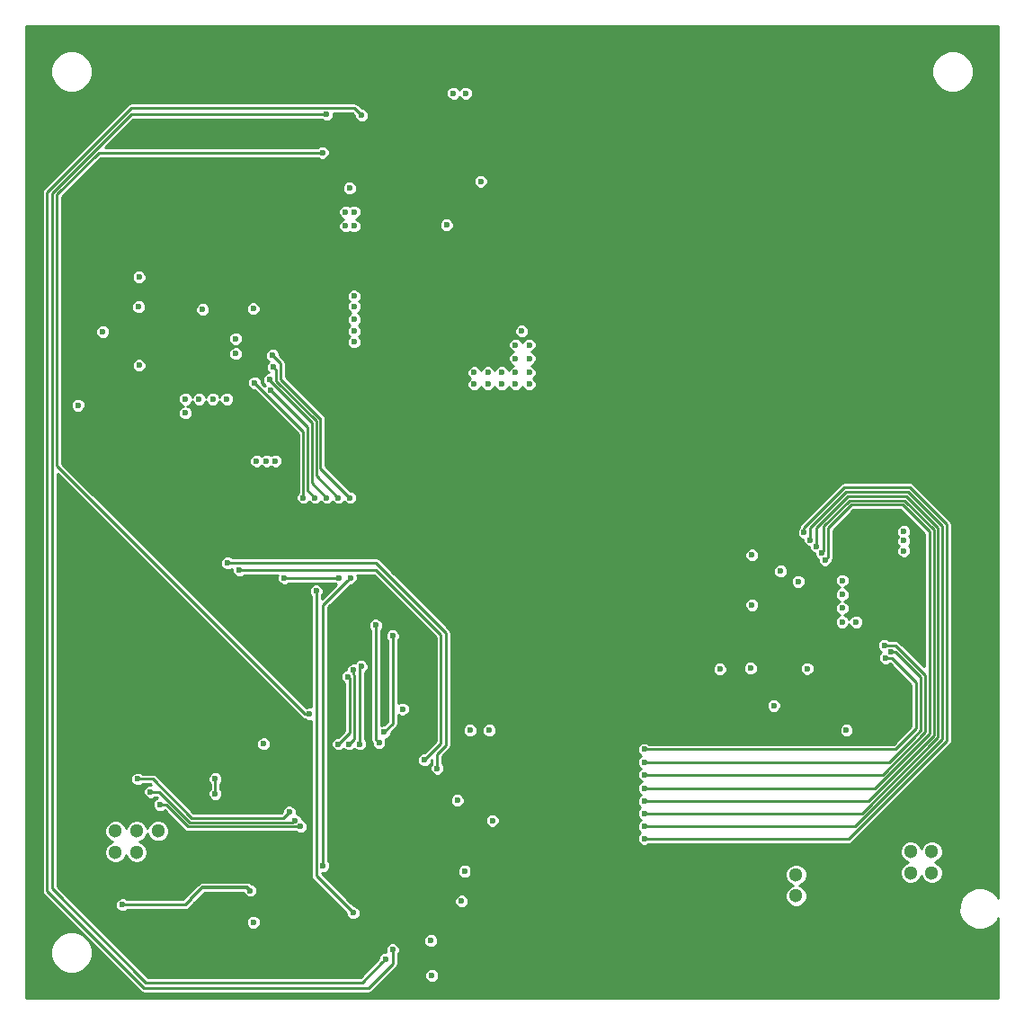
<source format=gbr>
G04 #@! TF.FileFunction,Copper,L4,Bot,Signal*
%FSLAX46Y46*%
G04 Gerber Fmt 4.6, Leading zero omitted, Abs format (unit mm)*
G04 Created by KiCad (PCBNEW 4.0.2-1.fc23-product) date Fri 22 Apr 2016 01:08:18 PM EEST*
%MOMM*%
G01*
G04 APERTURE LIST*
%ADD10C,0.100000*%
%ADD11C,0.600000*%
%ADD12R,1.300000X1.300000*%
%ADD13C,1.300000*%
%ADD14C,0.400000*%
%ADD15C,0.250000*%
%ADD16C,0.305000*%
%ADD17C,0.270000*%
G04 APERTURE END LIST*
D10*
D11*
X158800000Y-82100000D03*
X159700000Y-90700000D03*
X156100000Y-92900000D03*
X156100000Y-85300000D03*
X155500000Y-78500000D03*
X147600000Y-78200000D03*
X147400000Y-73700000D03*
X156800000Y-72700000D03*
X155600000Y-64500000D03*
X151700000Y-68900000D03*
X149200000Y-62200000D03*
X122700000Y-128800000D03*
X124200000Y-132800000D03*
X122700000Y-131300000D03*
X142600000Y-67200000D03*
X143700000Y-67200000D03*
X143700000Y-66000000D03*
X142600000Y-66000000D03*
X127800000Y-143600000D03*
X181500000Y-138300000D03*
D12*
X177500000Y-135000000D03*
D13*
X177500000Y-137000000D03*
X175500000Y-135000000D03*
X175500000Y-137000000D03*
X173500000Y-135000000D03*
X173500000Y-137000000D03*
D12*
X115400000Y-132900000D03*
D13*
X115400000Y-130900000D03*
X113400000Y-132900000D03*
X113400000Y-130900000D03*
X111400000Y-132900000D03*
X111400000Y-130900000D03*
D12*
X188277620Y-136834336D03*
D13*
X186277620Y-136834336D03*
X188277620Y-134834336D03*
X186277620Y-134834336D03*
X188277620Y-132834336D03*
X186277620Y-132834336D03*
D11*
X191000000Y-81000000D03*
X189500000Y-68000000D03*
X193000000Y-56500000D03*
X177000000Y-61000000D03*
X125000000Y-120500000D03*
X126500000Y-112400000D03*
X117000000Y-109300000D03*
X183500000Y-63500000D03*
X165500000Y-56500000D03*
X176500000Y-69000000D03*
X138500000Y-127000000D03*
X127400000Y-127000000D03*
X133000000Y-127500000D03*
X183000000Y-72500000D03*
X169500000Y-62000000D03*
X136000000Y-128500000D03*
X134500000Y-132500000D03*
X106900000Y-108500000D03*
X190000000Y-90000000D03*
X128000000Y-133000000D03*
X110300000Y-113600000D03*
X107500000Y-121000000D03*
X172000000Y-89500000D03*
X142000000Y-56000000D03*
X121100000Y-70850000D03*
X135000000Y-135500000D03*
X114500000Y-119300000D03*
X107000000Y-127500000D03*
X179000000Y-86500000D03*
X167000000Y-85000000D03*
X139500000Y-104000000D03*
X108500000Y-79500000D03*
X109000000Y-96000000D03*
X135500000Y-107500000D03*
X133200000Y-112300000D03*
X130000000Y-138000000D03*
X115500000Y-125000000D03*
X107500000Y-133400000D03*
X179000000Y-78500000D03*
X193500000Y-99500000D03*
X110000000Y-75000000D03*
X123000000Y-100000000D03*
X110000000Y-99500000D03*
X139500000Y-112600000D03*
X126500000Y-118900000D03*
X174500000Y-97000000D03*
X154600000Y-105000000D03*
X152000000Y-101400000D03*
X145600000Y-110200000D03*
X146600000Y-106000000D03*
X163700000Y-113000000D03*
X150900000Y-128200000D03*
X159500000Y-100000000D03*
X189500000Y-128900000D03*
X192800000Y-133900000D03*
X166000000Y-134800000D03*
X143900000Y-100600000D03*
X157400000Y-107500000D03*
X148900000Y-121500000D03*
X152800000Y-125800000D03*
X183000000Y-94500000D03*
X191400000Y-110900000D03*
X187000000Y-113700000D03*
X193400000Y-119400000D03*
X186100000Y-139000000D03*
X157000000Y-114500000D03*
X165100000Y-118900000D03*
X144600000Y-119300000D03*
X155900000Y-134100000D03*
X157100000Y-142900000D03*
X163500000Y-141000000D03*
X175900000Y-143800000D03*
X192000000Y-144500000D03*
X148500000Y-144000000D03*
X104500000Y-145500000D03*
X114000000Y-140900000D03*
X104500000Y-139500000D03*
X110000000Y-145500000D03*
X134000000Y-142500000D03*
X114500000Y-70500000D03*
X103600000Y-63000000D03*
X109400000Y-69500000D03*
X120800000Y-64300000D03*
X120500000Y-58000000D03*
X103500000Y-56000000D03*
X114500000Y-58000000D03*
X124500000Y-60500000D03*
X114500000Y-66150000D03*
X119800000Y-131900000D03*
X122300000Y-135000000D03*
X131700000Y-121300000D03*
X123200000Y-117300000D03*
X115900000Y-137200000D03*
X115234760Y-85181328D03*
X116334760Y-85181328D03*
X117434760Y-85181328D03*
X115234760Y-84081328D03*
X116334760Y-84081328D03*
X117434760Y-84081328D03*
X115234760Y-82981328D03*
X116334760Y-82981328D03*
X117434760Y-82981328D03*
X174859692Y-114005988D03*
X174859692Y-112905988D03*
X174859692Y-111805988D03*
X173759692Y-114005988D03*
X173759692Y-112905988D03*
X173759692Y-111805988D03*
X172659692Y-114005988D03*
X172659692Y-112905988D03*
X172659692Y-111805988D03*
D14*
X139322380Y-76231328D03*
X140022380Y-76231328D03*
X140022380Y-76931328D03*
X139322380Y-76931328D03*
D11*
X183350000Y-109200000D03*
X123725295Y-95244155D03*
X184857010Y-105482732D03*
X141521651Y-81902823D03*
X139730000Y-143280000D03*
X160400000Y-75200000D03*
X160400000Y-78200000D03*
X128260000Y-82600000D03*
X128260000Y-88600000D03*
X132900000Y-94900000D03*
X139000000Y-94900000D03*
X145000000Y-94900000D03*
X151000000Y-94900000D03*
X157000000Y-94900000D03*
X161740000Y-88700000D03*
X161740000Y-82700000D03*
X128260000Y-64500000D03*
X128260000Y-70600000D03*
X127100000Y-75200000D03*
X129400000Y-78100000D03*
X161740000Y-70500000D03*
X161740000Y-64600000D03*
X157000000Y-58270000D03*
X151000000Y-58270000D03*
X144900000Y-58270000D03*
X139000000Y-58270000D03*
X133000000Y-58265000D03*
X152700000Y-74100000D03*
X151500000Y-74100000D03*
X150300000Y-74100000D03*
X142324688Y-128938730D03*
X163700000Y-77900000D03*
X163700000Y-75200000D03*
X169379259Y-100020741D03*
X167900000Y-101400000D03*
X169300000Y-97200000D03*
X167900000Y-98600000D03*
X167900000Y-95900000D03*
X166500000Y-97220741D03*
X165100000Y-98599994D03*
X165100000Y-95900000D03*
X163700000Y-97200000D03*
X163700000Y-100000000D03*
X165100000Y-101400000D03*
X146460000Y-74450000D03*
X142551328Y-69781328D03*
X174929692Y-122335988D03*
X169210000Y-77980000D03*
X169100000Y-75200000D03*
X165100000Y-74100000D03*
X166500000Y-75180000D03*
X167900000Y-74100000D03*
X167900000Y-76700000D03*
X167900000Y-79000000D03*
X166500000Y-77980000D03*
X165100000Y-79000000D03*
X126100000Y-94400000D03*
X179924769Y-112560741D03*
X145100000Y-134800000D03*
X139800000Y-134000000D03*
X136200000Y-141700000D03*
X146600000Y-128600000D03*
X142900000Y-139300000D03*
X140512580Y-120450000D03*
X140512580Y-121690000D03*
X123370000Y-124830000D03*
X149500000Y-135700000D03*
X143410000Y-143620000D03*
X143410000Y-142190000D03*
X120690000Y-137410000D03*
X123690000Y-138340000D03*
X121130000Y-139660000D03*
X126480000Y-121440000D03*
X150210000Y-124410000D03*
X150210000Y-125700000D03*
X146600000Y-127100000D03*
X146600000Y-125760000D03*
X148600000Y-140500000D03*
X174924769Y-106560741D03*
X123400000Y-85200000D03*
X186739692Y-111105988D03*
X186739692Y-108905988D03*
X186739692Y-107405988D03*
X186739692Y-105505988D03*
X133160000Y-65940000D03*
X134810000Y-68440000D03*
X137820000Y-69700000D03*
X106958044Y-85481328D03*
X135572380Y-71215664D03*
X136272384Y-71215664D03*
X138272380Y-70915664D03*
X138272380Y-71615664D03*
X141572380Y-71515664D03*
X140272380Y-71515664D03*
X129772380Y-73815664D03*
X129772380Y-72615664D03*
X168539692Y-103865988D03*
X169459692Y-102645988D03*
X170389692Y-102635988D03*
X171419692Y-103765988D03*
X109892380Y-82805664D03*
X110162380Y-81875664D03*
X111522380Y-80245664D03*
X116312380Y-76555664D03*
X114532380Y-76885664D03*
X115372380Y-77145664D03*
X126532380Y-79835664D03*
X125432380Y-81895664D03*
X126572380Y-81105664D03*
X119832380Y-93615664D03*
X123762380Y-97085664D03*
X121732380Y-97065664D03*
X118132380Y-97065664D03*
X120212380Y-97065664D03*
X174069692Y-121325988D03*
X177918897Y-109515193D03*
X171639692Y-106505988D03*
X172339692Y-106505988D03*
X173039692Y-106505988D03*
X165439692Y-105905988D03*
X165439692Y-104205988D03*
X167603897Y-109385398D03*
X166319692Y-112845988D03*
X166669692Y-113855988D03*
X166889692Y-115665988D03*
X166669692Y-114795988D03*
X170629692Y-118765988D03*
X170019692Y-117775988D03*
X172419692Y-119455988D03*
X171689692Y-119005988D03*
X174239692Y-119655988D03*
X176147099Y-117385398D03*
X179109692Y-121155988D03*
X179109692Y-120305988D03*
X182939692Y-116005988D03*
X184439692Y-117205988D03*
X179639692Y-115205988D03*
X179639692Y-116205988D03*
X180639692Y-102005988D03*
X182439692Y-102005988D03*
X181539692Y-101005988D03*
X137372380Y-77715664D03*
X137412380Y-76005664D03*
X140672380Y-82815664D03*
X138172380Y-84115664D03*
X138872380Y-83415664D03*
X137572380Y-83415664D03*
X138872380Y-84815664D03*
X137572380Y-84815664D03*
X139572380Y-88815664D03*
X139572380Y-87515664D03*
X140872380Y-87515664D03*
X140872380Y-88815664D03*
X142172380Y-88815664D03*
X143872380Y-84075664D03*
X143872380Y-84815664D03*
X143872380Y-83315664D03*
X132672380Y-79115664D03*
X131872380Y-79115664D03*
X119822380Y-77915664D03*
X110472380Y-81115664D03*
X108922380Y-89515664D03*
X108172380Y-89515664D03*
X112922380Y-89765664D03*
X114022380Y-89765664D03*
X116622380Y-90265664D03*
X119622380Y-88465664D03*
X122672380Y-81865664D03*
X122672380Y-83615666D03*
X122672380Y-82765664D03*
X124072380Y-74915664D03*
X123272380Y-75715664D03*
X124922380Y-75715664D03*
X125372380Y-79065664D03*
X111852380Y-86585664D03*
X107982380Y-84505664D03*
X109582380Y-84655664D03*
X112052380Y-94695664D03*
X113062380Y-93265664D03*
X125350799Y-122678716D03*
X145800000Y-69700000D03*
X144300000Y-134700000D03*
X144000000Y-137500000D03*
X141200000Y-144500000D03*
X141100000Y-141200000D03*
X124400000Y-139500000D03*
X143600000Y-128000000D03*
X133460000Y-70350000D03*
X144800000Y-121400000D03*
X146600000Y-121400000D03*
X133900000Y-83800000D03*
X133900000Y-82700000D03*
X133900000Y-81500000D03*
X144380000Y-61420000D03*
X143210000Y-61420000D03*
X126469336Y-96040664D03*
X125610000Y-96040664D03*
X124680000Y-96040664D03*
X185639692Y-104505988D03*
X185639692Y-103560741D03*
X138440000Y-119400000D03*
X146900000Y-129900000D03*
X142572380Y-73815664D03*
X133872380Y-72615664D03*
X133872380Y-73915664D03*
X133072380Y-73915664D03*
X133072380Y-72615664D03*
X133872380Y-84815664D03*
X133872380Y-80515664D03*
X149672380Y-83815664D03*
X150372380Y-85115664D03*
X149072380Y-85115664D03*
X150372380Y-86415664D03*
X149072380Y-86415664D03*
X150372380Y-88815664D03*
X150372380Y-87715664D03*
X149072380Y-87715664D03*
X149072380Y-88815664D03*
X147772380Y-88815664D03*
X147772380Y-87715664D03*
X146472380Y-87715664D03*
X146472380Y-88815664D03*
X145172380Y-88815664D03*
X145172380Y-87715664D03*
X185639692Y-102675664D03*
X171214769Y-115560741D03*
X110201813Y-83858646D03*
X175705282Y-107405988D03*
X174039692Y-106405988D03*
X171339692Y-109605988D03*
X171339692Y-104905988D03*
X168309692Y-115645988D03*
X173389692Y-119085988D03*
X180239692Y-121405988D03*
X176539692Y-115605988D03*
X179839692Y-107305988D03*
X181139692Y-111205988D03*
X179839692Y-108605988D03*
X179839692Y-109905988D03*
X179839692Y-111205988D03*
X117972380Y-91515664D03*
X121872380Y-90215664D03*
X120572380Y-90215664D03*
X117972380Y-90215664D03*
X119272380Y-90215664D03*
X113572380Y-81515664D03*
X113622380Y-78715664D03*
X124372380Y-81715664D03*
X119602380Y-81765664D03*
X122722380Y-85945664D03*
X122712380Y-84525664D03*
X113622380Y-87045664D03*
X107872380Y-90815664D03*
X115600000Y-128400000D03*
X128830000Y-130480000D03*
X112060000Y-137840000D03*
X124100000Y-136500000D03*
X114700000Y-127200000D03*
X128280350Y-129902590D03*
X113500000Y-126000000D03*
X127770000Y-129130000D03*
X134600000Y-63500000D03*
X137501529Y-142081824D03*
X136846035Y-142960187D03*
X131300000Y-63400000D03*
X134531438Y-115381147D03*
X134400000Y-122700000D03*
X133822590Y-115737312D03*
X133400000Y-122700000D03*
X133269999Y-116352228D03*
X132400000Y-122700000D03*
X120800219Y-125974604D03*
X120800000Y-127389990D03*
X121970000Y-105650000D03*
X141700000Y-125000000D03*
X123060000Y-106300000D03*
X140500000Y-124200000D03*
X129679825Y-119885736D03*
X130900000Y-67000000D03*
X137500000Y-112500000D03*
X136710000Y-121590000D03*
X135915981Y-111515981D03*
X136215980Y-122590000D03*
X132484790Y-107036822D03*
X127300000Y-107050000D03*
X133512010Y-107052531D03*
X130949027Y-134150973D03*
X133800000Y-138600000D03*
X130300000Y-108300000D03*
X161219259Y-123204769D03*
X183924769Y-114578988D03*
X161219259Y-124424769D03*
X184446682Y-114001580D03*
X161229259Y-125584769D03*
X183810224Y-113420168D03*
X178224769Y-105360741D03*
X161219261Y-126874769D03*
X161209547Y-128094481D03*
X177888285Y-104687772D03*
X177416201Y-104101902D03*
X161219259Y-129244769D03*
X176838791Y-103480741D03*
X161219259Y-130454769D03*
X161229259Y-131604769D03*
X176261381Y-102765709D03*
X129100000Y-99500000D03*
X124496079Y-88688299D03*
X130200000Y-99500000D03*
X125993564Y-89341009D03*
X131300000Y-99500000D03*
X125900000Y-88400000D03*
X132400000Y-99500000D03*
X126234534Y-87185075D03*
X133500000Y-99500000D03*
X126200000Y-86100000D03*
D15*
X115600000Y-128400000D02*
X116154058Y-128400000D01*
X116154058Y-128400000D02*
X118234058Y-130480000D01*
X118234058Y-130480000D02*
X118329506Y-130480000D01*
X118329506Y-130480000D02*
X128830000Y-130480000D01*
X112060000Y-137840000D02*
X117960000Y-137840000D01*
X117960000Y-137840000D02*
X118600000Y-137200000D01*
D16*
X119600000Y-136200000D02*
X123800000Y-136200000D01*
X123800000Y-136200000D02*
X124100000Y-136500000D01*
X118600000Y-137200000D02*
X119600000Y-136200000D01*
D15*
X114700000Y-127200000D02*
X115523152Y-127200000D01*
X115523152Y-127200000D02*
X118396230Y-130073078D01*
X118396230Y-130073078D02*
X128113078Y-130073078D01*
X128113078Y-130073078D02*
X128230173Y-129955983D01*
X128230173Y-129955983D02*
X128230173Y-129952767D01*
X128230173Y-129952767D02*
X128280350Y-129902590D01*
X113500000Y-126000000D02*
X114892247Y-126000000D01*
X114892247Y-126000000D02*
X118562914Y-129670667D01*
X118562914Y-129670667D02*
X127225666Y-129670667D01*
X127225666Y-129670667D02*
X127766333Y-129130000D01*
X127766333Y-129130000D02*
X127770000Y-129130000D01*
X134300001Y-63200001D02*
X134600000Y-63500000D01*
X112904674Y-62795099D02*
X133895099Y-62795099D01*
X114070820Y-145665010D02*
X104965178Y-136559368D01*
X137501529Y-142081824D02*
X137501529Y-143384173D01*
X135220692Y-145665010D02*
X114070820Y-145665010D01*
X104965178Y-70734595D02*
X112904674Y-62795099D01*
X137501529Y-143384173D02*
X135220692Y-145665010D01*
X133895099Y-62795099D02*
X134300001Y-63200001D01*
X104965178Y-136559368D02*
X104965178Y-70734595D01*
X136546036Y-143260186D02*
X136846035Y-142960187D01*
X114280004Y-145160000D02*
X134646222Y-145160000D01*
X112868868Y-63400000D02*
X105422589Y-70846279D01*
X131300000Y-63400000D02*
X112868868Y-63400000D01*
X134646222Y-145160000D02*
X136546036Y-143260186D01*
X105422589Y-136302585D02*
X114280004Y-145160000D01*
X105422589Y-70846279D02*
X105422589Y-136302585D01*
X134400000Y-115512585D02*
X134531438Y-115381147D01*
X134400000Y-122700000D02*
X134400000Y-115512585D01*
X133822590Y-116161576D02*
X133822590Y-115737312D01*
X133868664Y-116207650D02*
X133822590Y-116161576D01*
X133868664Y-122231336D02*
X133868664Y-116207650D01*
X133400000Y-122700000D02*
X133868664Y-122231336D01*
X132400000Y-122700000D02*
X133441478Y-121658522D01*
X133441478Y-121658522D02*
X133441478Y-116515165D01*
X133441478Y-116515165D02*
X133274270Y-116347957D01*
X133274270Y-116347957D02*
X133269999Y-116352228D01*
X120800000Y-125974823D02*
X120800219Y-125974604D01*
X120800000Y-127389990D02*
X120800000Y-125974823D01*
X135950003Y-105650000D02*
X122394264Y-105650000D01*
X141700000Y-123652654D02*
X142522411Y-122830243D01*
X141700000Y-125000000D02*
X141700000Y-123652654D01*
X142522411Y-122830243D02*
X142522411Y-112222408D01*
X142522411Y-112222408D02*
X135950003Y-105650000D01*
X122394264Y-105650000D02*
X121970000Y-105650000D01*
X142052400Y-112417091D02*
X135935309Y-106300000D01*
X123484264Y-106300000D02*
X123060000Y-106300000D01*
X142052400Y-122647600D02*
X142052400Y-112417091D01*
X140500000Y-124200000D02*
X142052400Y-122647600D01*
X135935309Y-106300000D02*
X123484264Y-106300000D01*
X109827963Y-67010000D02*
X105880000Y-70957963D01*
X105880000Y-70957963D02*
X105880000Y-96510175D01*
X130900000Y-67000000D02*
X130890000Y-67010000D01*
X130890000Y-67010000D02*
X109827963Y-67010000D01*
X105880000Y-96510175D02*
X129255561Y-119885736D01*
X129255561Y-119885736D02*
X129679825Y-119885736D01*
X136710000Y-121590000D02*
X137500000Y-120800000D01*
X137500000Y-112924264D02*
X137500000Y-112500000D01*
X137500000Y-120800000D02*
X137500000Y-112924264D01*
X135915981Y-114484350D02*
X135915981Y-111515981D01*
X136215980Y-122590000D02*
X135915981Y-122290001D01*
X135915981Y-122290001D02*
X135915981Y-114484350D01*
X132471612Y-107050000D02*
X132484790Y-107036822D01*
X127300000Y-107050000D02*
X132471612Y-107050000D01*
D17*
X133212011Y-107352530D02*
X133512010Y-107052531D01*
X130949027Y-109615514D02*
X133212011Y-107352530D01*
X130949027Y-134150973D02*
X130949027Y-109615514D01*
X133800000Y-138600000D02*
X130300000Y-135100000D01*
X130300000Y-135100000D02*
X130300000Y-120134915D01*
X130300000Y-120134915D02*
X130300000Y-108300000D01*
D15*
X161219259Y-123204769D02*
X184855990Y-123204769D01*
X184855990Y-123204769D02*
X186835428Y-121225331D01*
X184493016Y-114578988D02*
X183924769Y-114578988D01*
X186835428Y-121225331D02*
X186835428Y-116921400D01*
X186835428Y-116921400D02*
X184493016Y-114578988D01*
X161219259Y-124424769D02*
X184232110Y-124424769D01*
X184232110Y-124424769D02*
X186509180Y-122147699D01*
X186509180Y-122147699D02*
X186518470Y-122147699D01*
X186518470Y-122147699D02*
X187239839Y-121426330D01*
X184870946Y-114001580D02*
X187239839Y-116370473D01*
X184446682Y-114001580D02*
X184870946Y-114001580D01*
X187239839Y-116370473D02*
X187239839Y-121426330D01*
X187646250Y-121591842D02*
X187646250Y-120400000D01*
X183653323Y-125584769D02*
X187646250Y-121591842D01*
X161229259Y-125584769D02*
X183653323Y-125584769D01*
X187646250Y-116202133D02*
X187646250Y-120400000D01*
X187646250Y-120400000D02*
X187646250Y-120899260D01*
X184864285Y-113420168D02*
X187646250Y-116202133D01*
X183810224Y-113420168D02*
X184864285Y-113420168D01*
X180694338Y-100160741D02*
X185520384Y-100160741D01*
X178513286Y-102341793D02*
X180694338Y-100160741D01*
X178224769Y-105360741D02*
X178513286Y-105072224D01*
X178513286Y-105072224D02*
X178513286Y-102341793D01*
X182932418Y-126874769D02*
X161219261Y-126874769D01*
X188064769Y-121742418D02*
X182932418Y-126874769D01*
X188064769Y-102705126D02*
X188064769Y-121742418D01*
X185520384Y-100160741D02*
X188064769Y-102705126D01*
X182281801Y-128094481D02*
X161633811Y-128094481D01*
X188467180Y-121909102D02*
X182281801Y-128094481D01*
X188467180Y-102538442D02*
X188467180Y-121909102D01*
X185687068Y-99758330D02*
X188467180Y-102538442D01*
X180527654Y-99758330D02*
X185687068Y-99758330D01*
X178110875Y-102175109D02*
X180527654Y-99758330D01*
X161633811Y-128094481D02*
X161209547Y-128094481D01*
X178110875Y-104465182D02*
X178110875Y-102175109D01*
X177888285Y-104687772D02*
X178110875Y-104465182D01*
X177888285Y-104687772D02*
X177888285Y-104722969D01*
X177416201Y-103677638D02*
X177416201Y-104101902D01*
X177416201Y-102300688D02*
X177416201Y-103677638D01*
X185899988Y-99355919D02*
X180360970Y-99355919D01*
X187604402Y-101060333D02*
X185899988Y-99355919D01*
X180360970Y-99355919D02*
X177416201Y-102300688D01*
X181700608Y-129244769D02*
X188877591Y-122067786D01*
X188877591Y-122067786D02*
X188877591Y-102333522D01*
X188877591Y-102333522D02*
X187604402Y-101060333D01*
X187604402Y-101060333D02*
X187591732Y-101060333D01*
X161219259Y-129244769D02*
X181700608Y-129244769D01*
X189280002Y-122234470D02*
X189280002Y-102166838D01*
X181059703Y-130454769D02*
X189280002Y-122234470D01*
X176838791Y-102309003D02*
X176838791Y-103056477D01*
X180194286Y-98953508D02*
X176838791Y-102309003D01*
X176838791Y-103056477D02*
X176838791Y-103480741D01*
X186066672Y-98953508D02*
X180194286Y-98953508D01*
X189280002Y-102166838D02*
X186066672Y-98953508D01*
X161219259Y-130454769D02*
X181059703Y-130454769D01*
X176261381Y-102341445D02*
X176261381Y-102765709D01*
X189682413Y-102000154D02*
X186233356Y-98551097D01*
X176261381Y-102317318D02*
X176261381Y-102341445D01*
X180027602Y-98551097D02*
X176261381Y-102317318D01*
X186233356Y-98551097D02*
X180027602Y-98551097D01*
X189682413Y-122401154D02*
X189682413Y-102000154D01*
X180478798Y-131604769D02*
X189682413Y-122401154D01*
X161229259Y-131604769D02*
X180478798Y-131604769D01*
X124496079Y-88696079D02*
X128800000Y-93000000D01*
X128800000Y-93000000D02*
X129000000Y-93200000D01*
X129100000Y-99500000D02*
X129100000Y-93300000D01*
X129100000Y-93300000D02*
X128800000Y-93000000D01*
X124496079Y-88688299D02*
X124496079Y-88696079D01*
X129417293Y-92764738D02*
X129100000Y-92447445D01*
X129100000Y-92447445D02*
X126293563Y-89641008D01*
X129502410Y-92849855D02*
X129100000Y-92447445D01*
X130200000Y-99500000D02*
X129502410Y-98802410D01*
X129502410Y-98802410D02*
X129502410Y-92849855D01*
X126293563Y-89641008D02*
X125993564Y-89341009D01*
X129823704Y-92351739D02*
X129700000Y-92228035D01*
X129700000Y-92228035D02*
X125900000Y-88428035D01*
X131300000Y-99500000D02*
X129904820Y-98104820D01*
X129904820Y-98104820D02*
X129904820Y-92432855D01*
X129904820Y-92432855D02*
X129700000Y-92228035D01*
X125900000Y-88428035D02*
X125900000Y-88400000D01*
X132400000Y-99500000D02*
X130307230Y-97407230D01*
X130307230Y-97407230D02*
X130307230Y-92266172D01*
X130307230Y-92266172D02*
X126534533Y-88493476D01*
X126534533Y-88493476D02*
X126534533Y-87485074D01*
X126534533Y-87485074D02*
X126234534Y-87185075D01*
X130628524Y-92018373D02*
X130200000Y-91589850D01*
X130200000Y-91589850D02*
X126936943Y-88326794D01*
X133500000Y-99500000D02*
X130709640Y-96709640D01*
X130709640Y-96709640D02*
X130709640Y-92099490D01*
X130709640Y-92099490D02*
X130200000Y-91589850D01*
X126936943Y-86836943D02*
X126200000Y-86100000D01*
X126936943Y-88326794D02*
X126936943Y-86836943D01*
G36*
X194550000Y-137243501D02*
X194475300Y-137062714D01*
X193920209Y-136506652D01*
X193194575Y-136205343D01*
X192408872Y-136204657D01*
X191682714Y-136504700D01*
X191126652Y-137059791D01*
X190825343Y-137785425D01*
X190824657Y-138571128D01*
X191124700Y-139297286D01*
X191679791Y-139853348D01*
X192405425Y-140154657D01*
X193191128Y-140155343D01*
X193917286Y-139855300D01*
X194473348Y-139300209D01*
X194550000Y-139115610D01*
X194550000Y-146650000D01*
X102950000Y-146650000D01*
X102950000Y-142741128D01*
X105274657Y-142741128D01*
X105574700Y-143467286D01*
X106129791Y-144023348D01*
X106855425Y-144324657D01*
X107641128Y-144325343D01*
X108367286Y-144025300D01*
X108923348Y-143470209D01*
X109224657Y-142744575D01*
X109225343Y-141958872D01*
X108925300Y-141232714D01*
X108370209Y-140676652D01*
X107644575Y-140375343D01*
X106858872Y-140374657D01*
X106132714Y-140674700D01*
X105576652Y-141229791D01*
X105275343Y-141955425D01*
X105274657Y-142741128D01*
X102950000Y-142741128D01*
X102950000Y-70734595D01*
X104465178Y-70734595D01*
X104465178Y-136559368D01*
X104493151Y-136700000D01*
X104503238Y-136750710D01*
X104611625Y-136912921D01*
X113717266Y-146018563D01*
X113879478Y-146126950D01*
X114070820Y-146165010D01*
X135220692Y-146165010D01*
X135412034Y-146126950D01*
X135574245Y-146018563D01*
X136959131Y-144633677D01*
X140524883Y-144633677D01*
X140627429Y-144881857D01*
X140817144Y-145071903D01*
X141065145Y-145174883D01*
X141333677Y-145175117D01*
X141581857Y-145072571D01*
X141771903Y-144882856D01*
X141874883Y-144634855D01*
X141875117Y-144366323D01*
X141772571Y-144118143D01*
X141582856Y-143928097D01*
X141334855Y-143825117D01*
X141066323Y-143824883D01*
X140818143Y-143927429D01*
X140628097Y-144117144D01*
X140525117Y-144365145D01*
X140524883Y-144633677D01*
X136959131Y-144633677D01*
X137855083Y-143737726D01*
X137937928Y-143613739D01*
X137963469Y-143575515D01*
X138001529Y-143384173D01*
X138001529Y-142536458D01*
X138073432Y-142464680D01*
X138176412Y-142216679D01*
X138176646Y-141948147D01*
X138074100Y-141699967D01*
X137884385Y-141509921D01*
X137636384Y-141406941D01*
X137367852Y-141406707D01*
X137119672Y-141509253D01*
X136929626Y-141698968D01*
X136826646Y-141946969D01*
X136826412Y-142215501D01*
X136855209Y-142285194D01*
X136712358Y-142285070D01*
X136464178Y-142387616D01*
X136274132Y-142577331D01*
X136171152Y-142825332D01*
X136171062Y-142928053D01*
X134439116Y-144660000D01*
X114487111Y-144660000D01*
X111160788Y-141333677D01*
X140424883Y-141333677D01*
X140527429Y-141581857D01*
X140717144Y-141771903D01*
X140965145Y-141874883D01*
X141233677Y-141875117D01*
X141481857Y-141772571D01*
X141671903Y-141582856D01*
X141774883Y-141334855D01*
X141775117Y-141066323D01*
X141672571Y-140818143D01*
X141482856Y-140628097D01*
X141234855Y-140525117D01*
X140966323Y-140524883D01*
X140718143Y-140627429D01*
X140528097Y-140817144D01*
X140425117Y-141065145D01*
X140424883Y-141333677D01*
X111160788Y-141333677D01*
X109460788Y-139633677D01*
X123724883Y-139633677D01*
X123827429Y-139881857D01*
X124017144Y-140071903D01*
X124265145Y-140174883D01*
X124533677Y-140175117D01*
X124781857Y-140072571D01*
X124971903Y-139882856D01*
X125074883Y-139634855D01*
X125075117Y-139366323D01*
X124972571Y-139118143D01*
X124782856Y-138928097D01*
X124534855Y-138825117D01*
X124266323Y-138824883D01*
X124018143Y-138927429D01*
X123828097Y-139117144D01*
X123725117Y-139365145D01*
X123724883Y-139633677D01*
X109460788Y-139633677D01*
X107800788Y-137973677D01*
X111384883Y-137973677D01*
X111487429Y-138221857D01*
X111677144Y-138411903D01*
X111925145Y-138514883D01*
X112193677Y-138515117D01*
X112441857Y-138412571D01*
X112514555Y-138340000D01*
X117960000Y-138340000D01*
X118151342Y-138301940D01*
X118313553Y-138193553D01*
X118855796Y-137651311D01*
X118972999Y-137572999D01*
X119818498Y-136727500D01*
X123463650Y-136727500D01*
X123527429Y-136881857D01*
X123717144Y-137071903D01*
X123965145Y-137174883D01*
X124233677Y-137175117D01*
X124481857Y-137072571D01*
X124671903Y-136882856D01*
X124774883Y-136634855D01*
X124775117Y-136366323D01*
X124672571Y-136118143D01*
X124482856Y-135928097D01*
X124234855Y-135825117D01*
X124170095Y-135825061D01*
X124136459Y-135802586D01*
X124001866Y-135712654D01*
X123800000Y-135672500D01*
X119600005Y-135672500D01*
X119600000Y-135672499D01*
X119398135Y-135712653D01*
X119227001Y-135827001D01*
X118227001Y-136827001D01*
X118148689Y-136944204D01*
X117752894Y-137340000D01*
X112514634Y-137340000D01*
X112442856Y-137268097D01*
X112194855Y-137165117D01*
X111926323Y-137164883D01*
X111678143Y-137267429D01*
X111488097Y-137457144D01*
X111385117Y-137705145D01*
X111384883Y-137973677D01*
X107800788Y-137973677D01*
X105922589Y-136095479D01*
X105922589Y-131102991D01*
X110374822Y-131102991D01*
X110530541Y-131479857D01*
X110818626Y-131768446D01*
X111135757Y-131900131D01*
X110820143Y-132030541D01*
X110531554Y-132318626D01*
X110375178Y-132695220D01*
X110374822Y-133102991D01*
X110530541Y-133479857D01*
X110818626Y-133768446D01*
X111195220Y-133924822D01*
X111602991Y-133925178D01*
X111979857Y-133769459D01*
X112268446Y-133481374D01*
X112400131Y-133164243D01*
X112530541Y-133479857D01*
X112818626Y-133768446D01*
X113195220Y-133924822D01*
X113602991Y-133925178D01*
X113979857Y-133769459D01*
X114268446Y-133481374D01*
X114424822Y-133104780D01*
X114425178Y-132697009D01*
X114269459Y-132320143D01*
X113981374Y-132031554D01*
X113664243Y-131899869D01*
X113979857Y-131769459D01*
X114268446Y-131481374D01*
X114400131Y-131164243D01*
X114530541Y-131479857D01*
X114818626Y-131768446D01*
X115195220Y-131924822D01*
X115602991Y-131925178D01*
X115979857Y-131769459D01*
X116268446Y-131481374D01*
X116424822Y-131104780D01*
X116425178Y-130697009D01*
X116269459Y-130320143D01*
X115981374Y-130031554D01*
X115604780Y-129875178D01*
X115197009Y-129874822D01*
X114820143Y-130030541D01*
X114531554Y-130318626D01*
X114399869Y-130635757D01*
X114269459Y-130320143D01*
X113981374Y-130031554D01*
X113604780Y-129875178D01*
X113197009Y-129874822D01*
X112820143Y-130030541D01*
X112531554Y-130318626D01*
X112399869Y-130635757D01*
X112269459Y-130320143D01*
X111981374Y-130031554D01*
X111604780Y-129875178D01*
X111197009Y-129874822D01*
X110820143Y-130030541D01*
X110531554Y-130318626D01*
X110375178Y-130695220D01*
X110374822Y-131102991D01*
X105922589Y-131102991D01*
X105922589Y-126133677D01*
X112824883Y-126133677D01*
X112927429Y-126381857D01*
X113117144Y-126571903D01*
X113365145Y-126674883D01*
X113633677Y-126675117D01*
X113881857Y-126572571D01*
X113954555Y-126500000D01*
X114685141Y-126500000D01*
X114710149Y-126525008D01*
X114566323Y-126524883D01*
X114318143Y-126627429D01*
X114128097Y-126817144D01*
X114025117Y-127065145D01*
X114024883Y-127333677D01*
X114127429Y-127581857D01*
X114317144Y-127771903D01*
X114565145Y-127874883D01*
X114833677Y-127875117D01*
X115081857Y-127772571D01*
X115154555Y-127700000D01*
X115316046Y-127700000D01*
X115377592Y-127761546D01*
X115218143Y-127827429D01*
X115028097Y-128017144D01*
X114925117Y-128265145D01*
X114924883Y-128533677D01*
X115027429Y-128781857D01*
X115217144Y-128971903D01*
X115465145Y-129074883D01*
X115733677Y-129075117D01*
X115981857Y-128972571D01*
X116000706Y-128953754D01*
X117880504Y-130833553D01*
X118024326Y-130929652D01*
X118042716Y-130941940D01*
X118234058Y-130980000D01*
X128375366Y-130980000D01*
X128447144Y-131051903D01*
X128695145Y-131154883D01*
X128963677Y-131155117D01*
X129211857Y-131052571D01*
X129401903Y-130862856D01*
X129504883Y-130614855D01*
X129505117Y-130346323D01*
X129402571Y-130098143D01*
X129212856Y-129908097D01*
X128964855Y-129805117D01*
X128955435Y-129805109D01*
X128955467Y-129768913D01*
X128852921Y-129520733D01*
X128663206Y-129330687D01*
X128444905Y-129240039D01*
X128445117Y-128996323D01*
X128342571Y-128748143D01*
X128152856Y-128558097D01*
X127904855Y-128455117D01*
X127636323Y-128454883D01*
X127388143Y-128557429D01*
X127198097Y-128747144D01*
X127095117Y-128995145D01*
X127095031Y-129094196D01*
X127018560Y-129170667D01*
X118770020Y-129170667D01*
X117123020Y-127523667D01*
X120124883Y-127523667D01*
X120227429Y-127771847D01*
X120417144Y-127961893D01*
X120665145Y-128064873D01*
X120933677Y-128065107D01*
X121181857Y-127962561D01*
X121371903Y-127772846D01*
X121474883Y-127524845D01*
X121475117Y-127256313D01*
X121372571Y-127008133D01*
X121300000Y-126935435D01*
X121300000Y-126429456D01*
X121372122Y-126357460D01*
X121475102Y-126109459D01*
X121475336Y-125840927D01*
X121372790Y-125592747D01*
X121183075Y-125402701D01*
X120935074Y-125299721D01*
X120666542Y-125299487D01*
X120418362Y-125402033D01*
X120228316Y-125591748D01*
X120125336Y-125839749D01*
X120125102Y-126108281D01*
X120227648Y-126356461D01*
X120300000Y-126428939D01*
X120300000Y-126935356D01*
X120228097Y-127007134D01*
X120125117Y-127255135D01*
X120124883Y-127523667D01*
X117123020Y-127523667D01*
X115245800Y-125646447D01*
X115083589Y-125538060D01*
X114892247Y-125500000D01*
X113954634Y-125500000D01*
X113882856Y-125428097D01*
X113634855Y-125325117D01*
X113366323Y-125324883D01*
X113118143Y-125427429D01*
X112928097Y-125617144D01*
X112825117Y-125865145D01*
X112824883Y-126133677D01*
X105922589Y-126133677D01*
X105922589Y-122812393D01*
X124675682Y-122812393D01*
X124778228Y-123060573D01*
X124967943Y-123250619D01*
X125215944Y-123353599D01*
X125484476Y-123353833D01*
X125732656Y-123251287D01*
X125922702Y-123061572D01*
X126025682Y-122813571D01*
X126025916Y-122545039D01*
X125923370Y-122296859D01*
X125733655Y-122106813D01*
X125485654Y-122003833D01*
X125217122Y-122003599D01*
X124968942Y-122106145D01*
X124778896Y-122295860D01*
X124675916Y-122543861D01*
X124675682Y-122812393D01*
X105922589Y-122812393D01*
X105922589Y-97259870D01*
X128902007Y-120239289D01*
X129037891Y-120330084D01*
X129064219Y-120347676D01*
X129217667Y-120378198D01*
X129296969Y-120457639D01*
X129544970Y-120560619D01*
X129790000Y-120560833D01*
X129790000Y-135100000D01*
X129810486Y-135202991D01*
X129828821Y-135295169D01*
X129939376Y-135460624D01*
X133124959Y-138646208D01*
X133124883Y-138733677D01*
X133227429Y-138981857D01*
X133417144Y-139171903D01*
X133665145Y-139274883D01*
X133933677Y-139275117D01*
X134181857Y-139172571D01*
X134371903Y-138982856D01*
X134474883Y-138734855D01*
X134475117Y-138466323D01*
X134372571Y-138218143D01*
X134182856Y-138028097D01*
X133934855Y-137925117D01*
X133846289Y-137925040D01*
X133554926Y-137633677D01*
X143324883Y-137633677D01*
X143427429Y-137881857D01*
X143617144Y-138071903D01*
X143865145Y-138174883D01*
X144133677Y-138175117D01*
X144381857Y-138072571D01*
X144571903Y-137882856D01*
X144674883Y-137634855D01*
X144675117Y-137366323D01*
X144572571Y-137118143D01*
X144382856Y-136928097D01*
X144134855Y-136825117D01*
X143866323Y-136824883D01*
X143618143Y-136927429D01*
X143428097Y-137117144D01*
X143325117Y-137365145D01*
X143324883Y-137633677D01*
X133554926Y-137633677D01*
X130810000Y-134888752D01*
X130810000Y-134833677D01*
X143624883Y-134833677D01*
X143727429Y-135081857D01*
X143917144Y-135271903D01*
X144165145Y-135374883D01*
X144433677Y-135375117D01*
X144681857Y-135272571D01*
X144751558Y-135202991D01*
X174474822Y-135202991D01*
X174630541Y-135579857D01*
X174918626Y-135868446D01*
X175235757Y-136000131D01*
X174920143Y-136130541D01*
X174631554Y-136418626D01*
X174475178Y-136795220D01*
X174474822Y-137202991D01*
X174630541Y-137579857D01*
X174918626Y-137868446D01*
X175295220Y-138024822D01*
X175702991Y-138025178D01*
X176079857Y-137869459D01*
X176368446Y-137581374D01*
X176524822Y-137204780D01*
X176525178Y-136797009D01*
X176369459Y-136420143D01*
X176081374Y-136131554D01*
X175764243Y-135999869D01*
X176079857Y-135869459D01*
X176368446Y-135581374D01*
X176524822Y-135204780D01*
X176525178Y-134797009D01*
X176369459Y-134420143D01*
X176081374Y-134131554D01*
X175704780Y-133975178D01*
X175297009Y-133974822D01*
X174920143Y-134130541D01*
X174631554Y-134418626D01*
X174475178Y-134795220D01*
X174474822Y-135202991D01*
X144751558Y-135202991D01*
X144871903Y-135082856D01*
X144974883Y-134834855D01*
X144975117Y-134566323D01*
X144872571Y-134318143D01*
X144682856Y-134128097D01*
X144434855Y-134025117D01*
X144166323Y-134024883D01*
X143918143Y-134127429D01*
X143728097Y-134317144D01*
X143625117Y-134565145D01*
X143624883Y-134833677D01*
X130810000Y-134833677D01*
X130810000Y-134824124D01*
X130814172Y-134825856D01*
X131082704Y-134826090D01*
X131330884Y-134723544D01*
X131520930Y-134533829D01*
X131623910Y-134285828D01*
X131624144Y-134017296D01*
X131521598Y-133769116D01*
X131459027Y-133706436D01*
X131459027Y-133037327D01*
X185252442Y-133037327D01*
X185408161Y-133414193D01*
X185696246Y-133702782D01*
X186013377Y-133834467D01*
X185697763Y-133964877D01*
X185409174Y-134252962D01*
X185252798Y-134629556D01*
X185252442Y-135037327D01*
X185408161Y-135414193D01*
X185696246Y-135702782D01*
X186072840Y-135859158D01*
X186480611Y-135859514D01*
X186857477Y-135703795D01*
X187146066Y-135415710D01*
X187277751Y-135098579D01*
X187408161Y-135414193D01*
X187696246Y-135702782D01*
X188072840Y-135859158D01*
X188480611Y-135859514D01*
X188857477Y-135703795D01*
X189146066Y-135415710D01*
X189302442Y-135039116D01*
X189302798Y-134631345D01*
X189147079Y-134254479D01*
X188858994Y-133965890D01*
X188541863Y-133834205D01*
X188857477Y-133703795D01*
X189146066Y-133415710D01*
X189302442Y-133039116D01*
X189302798Y-132631345D01*
X189147079Y-132254479D01*
X188858994Y-131965890D01*
X188482400Y-131809514D01*
X188074629Y-131809158D01*
X187697763Y-131964877D01*
X187409174Y-132252962D01*
X187277489Y-132570093D01*
X187147079Y-132254479D01*
X186858994Y-131965890D01*
X186482400Y-131809514D01*
X186074629Y-131809158D01*
X185697763Y-131964877D01*
X185409174Y-132252962D01*
X185252798Y-132629556D01*
X185252442Y-133037327D01*
X131459027Y-133037327D01*
X131459027Y-130033677D01*
X146224883Y-130033677D01*
X146327429Y-130281857D01*
X146517144Y-130471903D01*
X146765145Y-130574883D01*
X147033677Y-130575117D01*
X147281857Y-130472571D01*
X147471903Y-130282856D01*
X147574883Y-130034855D01*
X147575117Y-129766323D01*
X147472571Y-129518143D01*
X147282856Y-129328097D01*
X147034855Y-129225117D01*
X146766323Y-129224883D01*
X146518143Y-129327429D01*
X146328097Y-129517144D01*
X146225117Y-129765145D01*
X146224883Y-130033677D01*
X131459027Y-130033677D01*
X131459027Y-128133677D01*
X142924883Y-128133677D01*
X143027429Y-128381857D01*
X143217144Y-128571903D01*
X143465145Y-128674883D01*
X143733677Y-128675117D01*
X143981857Y-128572571D01*
X144171903Y-128382856D01*
X144236139Y-128228158D01*
X160534430Y-128228158D01*
X160636976Y-128476338D01*
X160826691Y-128666384D01*
X160839051Y-128671517D01*
X160837402Y-128672198D01*
X160647356Y-128861913D01*
X160544376Y-129109914D01*
X160544142Y-129378446D01*
X160646688Y-129626626D01*
X160836403Y-129816672D01*
X160915998Y-129849723D01*
X160837402Y-129882198D01*
X160647356Y-130071913D01*
X160544376Y-130319914D01*
X160544142Y-130588446D01*
X160646688Y-130836626D01*
X160836403Y-131026672D01*
X160848559Y-131031720D01*
X160847402Y-131032198D01*
X160657356Y-131221913D01*
X160554376Y-131469914D01*
X160554142Y-131738446D01*
X160656688Y-131986626D01*
X160846403Y-132176672D01*
X161094404Y-132279652D01*
X161362936Y-132279886D01*
X161611116Y-132177340D01*
X161683814Y-132104769D01*
X180478798Y-132104769D01*
X180670140Y-132066709D01*
X180832351Y-131958322D01*
X190035966Y-122754708D01*
X190144353Y-122592496D01*
X190149793Y-122565145D01*
X190182413Y-122401154D01*
X190182413Y-102000154D01*
X190144353Y-101808812D01*
X190080446Y-101713169D01*
X190035966Y-101646600D01*
X186586909Y-98197544D01*
X186424698Y-98089157D01*
X186233356Y-98051097D01*
X180027602Y-98051097D01*
X179836260Y-98089157D01*
X179674049Y-98197543D01*
X175907828Y-101963765D01*
X175799441Y-102125976D01*
X175762930Y-102309529D01*
X175689478Y-102382853D01*
X175586498Y-102630854D01*
X175586264Y-102899386D01*
X175688810Y-103147566D01*
X175878525Y-103337612D01*
X176126526Y-103440592D01*
X176163825Y-103440625D01*
X176163674Y-103614418D01*
X176266220Y-103862598D01*
X176455935Y-104052644D01*
X176703936Y-104155624D01*
X176741154Y-104155656D01*
X176741084Y-104235579D01*
X176843630Y-104483759D01*
X177033345Y-104673805D01*
X177213232Y-104748501D01*
X177213168Y-104821449D01*
X177315714Y-105069629D01*
X177505429Y-105259675D01*
X177549840Y-105278116D01*
X177549652Y-105494418D01*
X177652198Y-105742598D01*
X177841913Y-105932644D01*
X178089914Y-106035624D01*
X178358446Y-106035858D01*
X178606626Y-105933312D01*
X178796672Y-105743597D01*
X178899652Y-105495596D01*
X178899756Y-105376515D01*
X178953255Y-105296447D01*
X178975226Y-105263566D01*
X179013286Y-105072224D01*
X179013286Y-102809341D01*
X184964575Y-102809341D01*
X185067121Y-103057521D01*
X185127636Y-103118142D01*
X185067789Y-103177885D01*
X184964809Y-103425886D01*
X184964575Y-103694418D01*
X185067121Y-103942598D01*
X185157721Y-104033356D01*
X185067789Y-104123132D01*
X184964809Y-104371133D01*
X184964575Y-104639665D01*
X185067121Y-104887845D01*
X185256836Y-105077891D01*
X185504837Y-105180871D01*
X185773369Y-105181105D01*
X186021549Y-105078559D01*
X186211595Y-104888844D01*
X186314575Y-104640843D01*
X186314809Y-104372311D01*
X186212263Y-104124131D01*
X186121663Y-104033373D01*
X186211595Y-103943597D01*
X186314575Y-103695596D01*
X186314809Y-103427064D01*
X186212263Y-103178884D01*
X186151748Y-103118263D01*
X186211595Y-103058520D01*
X186314575Y-102810519D01*
X186314809Y-102541987D01*
X186212263Y-102293807D01*
X186022548Y-102103761D01*
X185774547Y-102000781D01*
X185506015Y-102000547D01*
X185257835Y-102103093D01*
X185067789Y-102292808D01*
X184964809Y-102540809D01*
X184964575Y-102809341D01*
X179013286Y-102809341D01*
X179013286Y-102548899D01*
X180901445Y-100660741D01*
X185313278Y-100660741D01*
X187564769Y-102912233D01*
X187564769Y-115413545D01*
X185217838Y-113066615D01*
X185055627Y-112958228D01*
X184864285Y-112920168D01*
X184264858Y-112920168D01*
X184193080Y-112848265D01*
X183945079Y-112745285D01*
X183676547Y-112745051D01*
X183428367Y-112847597D01*
X183238321Y-113037312D01*
X183135341Y-113285313D01*
X183135107Y-113553845D01*
X183237653Y-113802025D01*
X183427368Y-113992071D01*
X183519118Y-114030169D01*
X183352866Y-114196132D01*
X183249886Y-114444133D01*
X183249652Y-114712665D01*
X183352198Y-114960845D01*
X183541913Y-115150891D01*
X183789914Y-115253871D01*
X184058446Y-115254105D01*
X184306626Y-115151559D01*
X184332576Y-115125654D01*
X186335428Y-117128507D01*
X186335428Y-121018225D01*
X184648884Y-122704769D01*
X161673893Y-122704769D01*
X161602115Y-122632866D01*
X161354114Y-122529886D01*
X161085582Y-122529652D01*
X160837402Y-122632198D01*
X160647356Y-122821913D01*
X160544376Y-123069914D01*
X160544142Y-123338446D01*
X160646688Y-123586626D01*
X160836403Y-123776672D01*
X160928069Y-123814735D01*
X160837402Y-123852198D01*
X160647356Y-124041913D01*
X160544376Y-124289914D01*
X160544142Y-124558446D01*
X160646688Y-124806626D01*
X160836403Y-124996672D01*
X160860630Y-125006732D01*
X160847402Y-125012198D01*
X160657356Y-125201913D01*
X160554376Y-125449914D01*
X160554142Y-125718446D01*
X160656688Y-125966626D01*
X160846403Y-126156672D01*
X161017579Y-126227751D01*
X160837404Y-126302198D01*
X160647358Y-126491913D01*
X160544378Y-126739914D01*
X160544144Y-127008446D01*
X160646690Y-127256626D01*
X160836405Y-127446672D01*
X160922878Y-127482579D01*
X160827690Y-127521910D01*
X160637644Y-127711625D01*
X160534664Y-127959626D01*
X160534430Y-128228158D01*
X144236139Y-128228158D01*
X144274883Y-128134855D01*
X144275117Y-127866323D01*
X144172571Y-127618143D01*
X143982856Y-127428097D01*
X143734855Y-127325117D01*
X143466323Y-127324883D01*
X143218143Y-127427429D01*
X143028097Y-127617144D01*
X142925117Y-127865145D01*
X142924883Y-128133677D01*
X131459027Y-128133677D01*
X131459027Y-122833677D01*
X131724883Y-122833677D01*
X131827429Y-123081857D01*
X132017144Y-123271903D01*
X132265145Y-123374883D01*
X132533677Y-123375117D01*
X132781857Y-123272571D01*
X132900040Y-123154594D01*
X133017144Y-123271903D01*
X133265145Y-123374883D01*
X133533677Y-123375117D01*
X133781857Y-123272571D01*
X133900040Y-123154594D01*
X134017144Y-123271903D01*
X134265145Y-123374883D01*
X134533677Y-123375117D01*
X134781857Y-123272571D01*
X134971903Y-123082856D01*
X135074883Y-122834855D01*
X135075117Y-122566323D01*
X134972571Y-122318143D01*
X134900000Y-122245445D01*
X134900000Y-115959211D01*
X134913295Y-115953718D01*
X135103341Y-115764003D01*
X135206321Y-115516002D01*
X135206555Y-115247470D01*
X135104009Y-114999290D01*
X134914294Y-114809244D01*
X134666293Y-114706264D01*
X134397761Y-114706030D01*
X134149581Y-114808576D01*
X133959535Y-114998291D01*
X133932911Y-115062408D01*
X133688913Y-115062195D01*
X133440733Y-115164741D01*
X133250687Y-115354456D01*
X133147707Y-115602457D01*
X133147642Y-115677121D01*
X133136322Y-115677111D01*
X132888142Y-115779657D01*
X132698096Y-115969372D01*
X132595116Y-116217373D01*
X132594882Y-116485905D01*
X132697428Y-116734085D01*
X132887143Y-116924131D01*
X132941478Y-116946693D01*
X132941478Y-121451415D01*
X132367922Y-122024972D01*
X132266323Y-122024883D01*
X132018143Y-122127429D01*
X131828097Y-122317144D01*
X131725117Y-122565145D01*
X131724883Y-122833677D01*
X131459027Y-122833677D01*
X131459027Y-111649658D01*
X135240864Y-111649658D01*
X135343410Y-111897838D01*
X135415981Y-111970536D01*
X135415981Y-122290001D01*
X135448830Y-122455145D01*
X135454041Y-122481343D01*
X135540961Y-122611426D01*
X135540863Y-122723677D01*
X135643409Y-122971857D01*
X135833124Y-123161903D01*
X136081125Y-123264883D01*
X136349657Y-123265117D01*
X136597837Y-123162571D01*
X136787883Y-122972856D01*
X136890863Y-122724855D01*
X136891097Y-122456323D01*
X136812081Y-122265089D01*
X136843677Y-122265117D01*
X137091857Y-122162571D01*
X137281903Y-121972856D01*
X137384883Y-121724855D01*
X137384973Y-121622134D01*
X137853554Y-121153553D01*
X137944032Y-121018143D01*
X137961940Y-120991342D01*
X138000000Y-120800000D01*
X138000000Y-119914659D01*
X138057144Y-119971903D01*
X138305145Y-120074883D01*
X138573677Y-120075117D01*
X138821857Y-119972571D01*
X139011903Y-119782856D01*
X139114883Y-119534855D01*
X139115117Y-119266323D01*
X139012571Y-119018143D01*
X138822856Y-118828097D01*
X138574855Y-118725117D01*
X138306323Y-118724883D01*
X138058143Y-118827429D01*
X138000000Y-118885471D01*
X138000000Y-112954634D01*
X138071903Y-112882856D01*
X138174883Y-112634855D01*
X138175117Y-112366323D01*
X138072571Y-112118143D01*
X137882856Y-111928097D01*
X137634855Y-111825117D01*
X137366323Y-111824883D01*
X137118143Y-111927429D01*
X136928097Y-112117144D01*
X136825117Y-112365145D01*
X136824883Y-112633677D01*
X136927429Y-112881857D01*
X137000000Y-112954555D01*
X137000000Y-120592893D01*
X136677922Y-120914972D01*
X136576323Y-120914883D01*
X136415981Y-120981135D01*
X136415981Y-111970615D01*
X136487884Y-111898837D01*
X136590864Y-111650836D01*
X136591098Y-111382304D01*
X136488552Y-111134124D01*
X136298837Y-110944078D01*
X136050836Y-110841098D01*
X135782304Y-110840864D01*
X135534124Y-110943410D01*
X135344078Y-111133125D01*
X135241098Y-111381126D01*
X135240864Y-111649658D01*
X131459027Y-111649658D01*
X131459027Y-109826762D01*
X133558218Y-107727572D01*
X133645687Y-107727648D01*
X133893867Y-107625102D01*
X134083913Y-107435387D01*
X134186893Y-107187386D01*
X134187127Y-106918854D01*
X134138017Y-106800000D01*
X135728203Y-106800000D01*
X141552400Y-112624197D01*
X141552400Y-122440494D01*
X140467922Y-123524972D01*
X140366323Y-123524883D01*
X140118143Y-123627429D01*
X139928097Y-123817144D01*
X139825117Y-124065145D01*
X139824883Y-124333677D01*
X139927429Y-124581857D01*
X140117144Y-124771903D01*
X140365145Y-124874883D01*
X140633677Y-124875117D01*
X140881857Y-124772571D01*
X141071903Y-124582856D01*
X141174883Y-124334855D01*
X141174973Y-124232133D01*
X141200000Y-124207106D01*
X141200000Y-124545366D01*
X141128097Y-124617144D01*
X141025117Y-124865145D01*
X141024883Y-125133677D01*
X141127429Y-125381857D01*
X141317144Y-125571903D01*
X141565145Y-125674883D01*
X141833677Y-125675117D01*
X142081857Y-125572571D01*
X142271903Y-125382856D01*
X142374883Y-125134855D01*
X142375117Y-124866323D01*
X142272571Y-124618143D01*
X142200000Y-124545445D01*
X142200000Y-123859760D01*
X142875965Y-123183796D01*
X142984351Y-123021585D01*
X143022411Y-122830243D01*
X143022411Y-121533677D01*
X144124883Y-121533677D01*
X144227429Y-121781857D01*
X144417144Y-121971903D01*
X144665145Y-122074883D01*
X144933677Y-122075117D01*
X145181857Y-121972571D01*
X145371903Y-121782856D01*
X145474883Y-121534855D01*
X145474884Y-121533677D01*
X145924883Y-121533677D01*
X146027429Y-121781857D01*
X146217144Y-121971903D01*
X146465145Y-122074883D01*
X146733677Y-122075117D01*
X146981857Y-121972571D01*
X147171903Y-121782856D01*
X147272885Y-121539665D01*
X179564575Y-121539665D01*
X179667121Y-121787845D01*
X179856836Y-121977891D01*
X180104837Y-122080871D01*
X180373369Y-122081105D01*
X180621549Y-121978559D01*
X180811595Y-121788844D01*
X180914575Y-121540843D01*
X180914809Y-121272311D01*
X180812263Y-121024131D01*
X180622548Y-120834085D01*
X180374547Y-120731105D01*
X180106015Y-120730871D01*
X179857835Y-120833417D01*
X179667789Y-121023132D01*
X179564809Y-121271133D01*
X179564575Y-121539665D01*
X147272885Y-121539665D01*
X147274883Y-121534855D01*
X147275117Y-121266323D01*
X147172571Y-121018143D01*
X146982856Y-120828097D01*
X146734855Y-120725117D01*
X146466323Y-120724883D01*
X146218143Y-120827429D01*
X146028097Y-121017144D01*
X145925117Y-121265145D01*
X145924883Y-121533677D01*
X145474884Y-121533677D01*
X145475117Y-121266323D01*
X145372571Y-121018143D01*
X145182856Y-120828097D01*
X144934855Y-120725117D01*
X144666323Y-120724883D01*
X144418143Y-120827429D01*
X144228097Y-121017144D01*
X144125117Y-121265145D01*
X144124883Y-121533677D01*
X143022411Y-121533677D01*
X143022411Y-119219665D01*
X172714575Y-119219665D01*
X172817121Y-119467845D01*
X173006836Y-119657891D01*
X173254837Y-119760871D01*
X173523369Y-119761105D01*
X173771549Y-119658559D01*
X173961595Y-119468844D01*
X174064575Y-119220843D01*
X174064809Y-118952311D01*
X173962263Y-118704131D01*
X173772548Y-118514085D01*
X173524547Y-118411105D01*
X173256015Y-118410871D01*
X173007835Y-118513417D01*
X172817789Y-118703132D01*
X172714809Y-118951133D01*
X172714575Y-119219665D01*
X143022411Y-119219665D01*
X143022411Y-115779665D01*
X167634575Y-115779665D01*
X167737121Y-116027845D01*
X167926836Y-116217891D01*
X168174837Y-116320871D01*
X168443369Y-116321105D01*
X168691549Y-116218559D01*
X168881595Y-116028844D01*
X168984575Y-115780843D01*
X168984650Y-115694418D01*
X170539652Y-115694418D01*
X170642198Y-115942598D01*
X170831913Y-116132644D01*
X171079914Y-116235624D01*
X171348446Y-116235858D01*
X171596626Y-116133312D01*
X171786672Y-115943597D01*
X171871352Y-115739665D01*
X175864575Y-115739665D01*
X175967121Y-115987845D01*
X176156836Y-116177891D01*
X176404837Y-116280871D01*
X176673369Y-116281105D01*
X176921549Y-116178559D01*
X177111595Y-115988844D01*
X177214575Y-115740843D01*
X177214809Y-115472311D01*
X177112263Y-115224131D01*
X176922548Y-115034085D01*
X176674547Y-114931105D01*
X176406015Y-114930871D01*
X176157835Y-115033417D01*
X175967789Y-115223132D01*
X175864809Y-115471133D01*
X175864575Y-115739665D01*
X171871352Y-115739665D01*
X171889652Y-115695596D01*
X171889886Y-115427064D01*
X171787340Y-115178884D01*
X171597625Y-114988838D01*
X171349624Y-114885858D01*
X171081092Y-114885624D01*
X170832912Y-114988170D01*
X170642866Y-115177885D01*
X170539886Y-115425886D01*
X170539652Y-115694418D01*
X168984650Y-115694418D01*
X168984809Y-115512311D01*
X168882263Y-115264131D01*
X168692548Y-115074085D01*
X168444547Y-114971105D01*
X168176015Y-114970871D01*
X167927835Y-115073417D01*
X167737789Y-115263132D01*
X167634809Y-115511133D01*
X167634575Y-115779665D01*
X143022411Y-115779665D01*
X143022411Y-112222408D01*
X142984351Y-112031066D01*
X142915549Y-111928097D01*
X142875965Y-111868855D01*
X140746775Y-109739665D01*
X170664575Y-109739665D01*
X170767121Y-109987845D01*
X170956836Y-110177891D01*
X171204837Y-110280871D01*
X171473369Y-110281105D01*
X171721549Y-110178559D01*
X171911595Y-109988844D01*
X172014575Y-109740843D01*
X172014809Y-109472311D01*
X171912263Y-109224131D01*
X171722548Y-109034085D01*
X171474547Y-108931105D01*
X171206015Y-108930871D01*
X170957835Y-109033417D01*
X170767789Y-109223132D01*
X170664809Y-109471133D01*
X170664575Y-109739665D01*
X140746775Y-109739665D01*
X138546775Y-107539665D01*
X175030165Y-107539665D01*
X175132711Y-107787845D01*
X175322426Y-107977891D01*
X175570427Y-108080871D01*
X175838959Y-108081105D01*
X176087139Y-107978559D01*
X176277185Y-107788844D01*
X176380165Y-107540843D01*
X176380253Y-107439665D01*
X179164575Y-107439665D01*
X179267121Y-107687845D01*
X179456836Y-107877891D01*
X179645070Y-107956053D01*
X179457835Y-108033417D01*
X179267789Y-108223132D01*
X179164809Y-108471133D01*
X179164575Y-108739665D01*
X179267121Y-108987845D01*
X179456836Y-109177891D01*
X179645070Y-109256053D01*
X179457835Y-109333417D01*
X179267789Y-109523132D01*
X179164809Y-109771133D01*
X179164575Y-110039665D01*
X179267121Y-110287845D01*
X179456836Y-110477891D01*
X179645070Y-110556053D01*
X179457835Y-110633417D01*
X179267789Y-110823132D01*
X179164809Y-111071133D01*
X179164575Y-111339665D01*
X179267121Y-111587845D01*
X179456836Y-111777891D01*
X179704837Y-111880871D01*
X179973369Y-111881105D01*
X180221549Y-111778559D01*
X180411595Y-111588844D01*
X180489757Y-111400610D01*
X180567121Y-111587845D01*
X180756836Y-111777891D01*
X181004837Y-111880871D01*
X181273369Y-111881105D01*
X181521549Y-111778559D01*
X181711595Y-111588844D01*
X181814575Y-111340843D01*
X181814809Y-111072311D01*
X181712263Y-110824131D01*
X181522548Y-110634085D01*
X181274547Y-110531105D01*
X181006015Y-110530871D01*
X180757835Y-110633417D01*
X180567789Y-110823132D01*
X180489627Y-111011366D01*
X180412263Y-110824131D01*
X180222548Y-110634085D01*
X180034314Y-110555923D01*
X180221549Y-110478559D01*
X180411595Y-110288844D01*
X180514575Y-110040843D01*
X180514809Y-109772311D01*
X180412263Y-109524131D01*
X180222548Y-109334085D01*
X180034314Y-109255923D01*
X180221549Y-109178559D01*
X180411595Y-108988844D01*
X180514575Y-108740843D01*
X180514809Y-108472311D01*
X180412263Y-108224131D01*
X180222548Y-108034085D01*
X180034314Y-107955923D01*
X180221549Y-107878559D01*
X180411595Y-107688844D01*
X180514575Y-107440843D01*
X180514809Y-107172311D01*
X180412263Y-106924131D01*
X180222548Y-106734085D01*
X179974547Y-106631105D01*
X179706015Y-106630871D01*
X179457835Y-106733417D01*
X179267789Y-106923132D01*
X179164809Y-107171133D01*
X179164575Y-107439665D01*
X176380253Y-107439665D01*
X176380399Y-107272311D01*
X176277853Y-107024131D01*
X176088138Y-106834085D01*
X175840137Y-106731105D01*
X175571605Y-106730871D01*
X175323425Y-106833417D01*
X175133379Y-107023132D01*
X175030399Y-107271133D01*
X175030165Y-107539665D01*
X138546775Y-107539665D01*
X137546775Y-106539665D01*
X173364575Y-106539665D01*
X173467121Y-106787845D01*
X173656836Y-106977891D01*
X173904837Y-107080871D01*
X174173369Y-107081105D01*
X174421549Y-106978559D01*
X174611595Y-106788844D01*
X174714575Y-106540843D01*
X174714809Y-106272311D01*
X174612263Y-106024131D01*
X174422548Y-105834085D01*
X174174547Y-105731105D01*
X173906015Y-105730871D01*
X173657835Y-105833417D01*
X173467789Y-106023132D01*
X173364809Y-106271133D01*
X173364575Y-106539665D01*
X137546775Y-106539665D01*
X136303556Y-105296447D01*
X136141345Y-105188060D01*
X136139892Y-105187771D01*
X135950003Y-105150000D01*
X122424634Y-105150000D01*
X122352856Y-105078097D01*
X122260303Y-105039665D01*
X170664575Y-105039665D01*
X170767121Y-105287845D01*
X170956836Y-105477891D01*
X171204837Y-105580871D01*
X171473369Y-105581105D01*
X171721549Y-105478559D01*
X171911595Y-105288844D01*
X172014575Y-105040843D01*
X172014809Y-104772311D01*
X171912263Y-104524131D01*
X171722548Y-104334085D01*
X171474547Y-104231105D01*
X171206015Y-104230871D01*
X170957835Y-104333417D01*
X170767789Y-104523132D01*
X170664809Y-104771133D01*
X170664575Y-105039665D01*
X122260303Y-105039665D01*
X122104855Y-104975117D01*
X121836323Y-104974883D01*
X121588143Y-105077429D01*
X121398097Y-105267144D01*
X121295117Y-105515145D01*
X121294883Y-105783677D01*
X121397429Y-106031857D01*
X121587144Y-106221903D01*
X121835145Y-106324883D01*
X122103677Y-106325117D01*
X122351857Y-106222571D01*
X122385096Y-106189390D01*
X122384883Y-106433677D01*
X122487429Y-106681857D01*
X122677144Y-106871903D01*
X122925145Y-106974883D01*
X123193677Y-106975117D01*
X123441857Y-106872571D01*
X123514555Y-106800000D01*
X126672930Y-106800000D01*
X126625117Y-106915145D01*
X126624883Y-107183677D01*
X126727429Y-107431857D01*
X126917144Y-107621903D01*
X127165145Y-107724883D01*
X127433677Y-107725117D01*
X127681857Y-107622571D01*
X127754555Y-107550000D01*
X132043311Y-107550000D01*
X132101934Y-107608725D01*
X132195652Y-107647640D01*
X130810000Y-109033293D01*
X130810000Y-108744651D01*
X130871903Y-108682856D01*
X130974883Y-108434855D01*
X130975117Y-108166323D01*
X130872571Y-107918143D01*
X130682856Y-107728097D01*
X130434855Y-107625117D01*
X130166323Y-107624883D01*
X129918143Y-107727429D01*
X129728097Y-107917144D01*
X129625117Y-108165145D01*
X129624883Y-108433677D01*
X129727429Y-108681857D01*
X129790000Y-108744537D01*
X129790000Y-119210831D01*
X129546148Y-119210619D01*
X129363160Y-119286228D01*
X106380000Y-96303069D01*
X106380000Y-96174341D01*
X124004883Y-96174341D01*
X124107429Y-96422521D01*
X124297144Y-96612567D01*
X124545145Y-96715547D01*
X124813677Y-96715781D01*
X125061857Y-96613235D01*
X125144979Y-96530258D01*
X125227144Y-96612567D01*
X125475145Y-96715547D01*
X125743677Y-96715781D01*
X125991857Y-96613235D01*
X126039585Y-96565590D01*
X126086480Y-96612567D01*
X126334481Y-96715547D01*
X126603013Y-96715781D01*
X126851193Y-96613235D01*
X127041239Y-96423520D01*
X127144219Y-96175519D01*
X127144453Y-95906987D01*
X127041907Y-95658807D01*
X126852192Y-95468761D01*
X126604191Y-95365781D01*
X126335659Y-95365547D01*
X126087479Y-95468093D01*
X126039751Y-95515738D01*
X125992856Y-95468761D01*
X125744855Y-95365781D01*
X125476323Y-95365547D01*
X125228143Y-95468093D01*
X125145021Y-95551070D01*
X125062856Y-95468761D01*
X124814855Y-95365781D01*
X124546323Y-95365547D01*
X124298143Y-95468093D01*
X124108097Y-95657808D01*
X124005117Y-95905809D01*
X124004883Y-96174341D01*
X106380000Y-96174341D01*
X106380000Y-90949341D01*
X107197263Y-90949341D01*
X107299809Y-91197521D01*
X107489524Y-91387567D01*
X107737525Y-91490547D01*
X108006057Y-91490781D01*
X108254237Y-91388235D01*
X108444283Y-91198520D01*
X108547263Y-90950519D01*
X108547497Y-90681987D01*
X108444951Y-90433807D01*
X108360633Y-90349341D01*
X117297263Y-90349341D01*
X117399809Y-90597521D01*
X117589524Y-90787567D01*
X117777758Y-90865729D01*
X117590523Y-90943093D01*
X117400477Y-91132808D01*
X117297497Y-91380809D01*
X117297263Y-91649341D01*
X117399809Y-91897521D01*
X117589524Y-92087567D01*
X117837525Y-92190547D01*
X118106057Y-92190781D01*
X118354237Y-92088235D01*
X118544283Y-91898520D01*
X118647263Y-91650519D01*
X118647497Y-91381987D01*
X118544951Y-91133807D01*
X118355236Y-90943761D01*
X118167002Y-90865599D01*
X118354237Y-90788235D01*
X118544283Y-90598520D01*
X118622445Y-90410286D01*
X118699809Y-90597521D01*
X118889524Y-90787567D01*
X119137525Y-90890547D01*
X119406057Y-90890781D01*
X119654237Y-90788235D01*
X119844283Y-90598520D01*
X119922445Y-90410286D01*
X119999809Y-90597521D01*
X120189524Y-90787567D01*
X120437525Y-90890547D01*
X120706057Y-90890781D01*
X120954237Y-90788235D01*
X121144283Y-90598520D01*
X121222445Y-90410286D01*
X121299809Y-90597521D01*
X121489524Y-90787567D01*
X121737525Y-90890547D01*
X122006057Y-90890781D01*
X122254237Y-90788235D01*
X122444283Y-90598520D01*
X122547263Y-90350519D01*
X122547497Y-90081987D01*
X122444951Y-89833807D01*
X122255236Y-89643761D01*
X122007235Y-89540781D01*
X121738703Y-89540547D01*
X121490523Y-89643093D01*
X121300477Y-89832808D01*
X121222315Y-90021042D01*
X121144951Y-89833807D01*
X120955236Y-89643761D01*
X120707235Y-89540781D01*
X120438703Y-89540547D01*
X120190523Y-89643093D01*
X120000477Y-89832808D01*
X119922315Y-90021042D01*
X119844951Y-89833807D01*
X119655236Y-89643761D01*
X119407235Y-89540781D01*
X119138703Y-89540547D01*
X118890523Y-89643093D01*
X118700477Y-89832808D01*
X118622315Y-90021042D01*
X118544951Y-89833807D01*
X118355236Y-89643761D01*
X118107235Y-89540781D01*
X117838703Y-89540547D01*
X117590523Y-89643093D01*
X117400477Y-89832808D01*
X117297497Y-90080809D01*
X117297263Y-90349341D01*
X108360633Y-90349341D01*
X108255236Y-90243761D01*
X108007235Y-90140781D01*
X107738703Y-90140547D01*
X107490523Y-90243093D01*
X107300477Y-90432808D01*
X107197497Y-90680809D01*
X107197263Y-90949341D01*
X106380000Y-90949341D01*
X106380000Y-88821976D01*
X123820962Y-88821976D01*
X123923508Y-89070156D01*
X124113223Y-89260202D01*
X124361224Y-89363182D01*
X124456159Y-89363265D01*
X128446446Y-93353553D01*
X128446449Y-93353555D01*
X128600000Y-93507107D01*
X128600000Y-99045366D01*
X128528097Y-99117144D01*
X128425117Y-99365145D01*
X128424883Y-99633677D01*
X128527429Y-99881857D01*
X128717144Y-100071903D01*
X128965145Y-100174883D01*
X129233677Y-100175117D01*
X129481857Y-100072571D01*
X129650127Y-99904594D01*
X129817144Y-100071903D01*
X130065145Y-100174883D01*
X130333677Y-100175117D01*
X130581857Y-100072571D01*
X130750127Y-99904594D01*
X130917144Y-100071903D01*
X131165145Y-100174883D01*
X131433677Y-100175117D01*
X131681857Y-100072571D01*
X131850127Y-99904594D01*
X132017144Y-100071903D01*
X132265145Y-100174883D01*
X132533677Y-100175117D01*
X132781857Y-100072571D01*
X132950127Y-99904594D01*
X133117144Y-100071903D01*
X133365145Y-100174883D01*
X133633677Y-100175117D01*
X133881857Y-100072571D01*
X134071903Y-99882856D01*
X134174883Y-99634855D01*
X134175117Y-99366323D01*
X134072571Y-99118143D01*
X133882856Y-98928097D01*
X133634855Y-98825117D01*
X133532133Y-98825027D01*
X131209640Y-96502534D01*
X131209640Y-92099490D01*
X131171580Y-91908148D01*
X131117379Y-91827031D01*
X131063194Y-91745937D01*
X130982079Y-91664822D01*
X130982077Y-91664819D01*
X130553553Y-91236296D01*
X127436943Y-88119688D01*
X127436943Y-87849341D01*
X144497263Y-87849341D01*
X144599809Y-88097521D01*
X144767786Y-88265791D01*
X144600477Y-88432808D01*
X144497497Y-88680809D01*
X144497263Y-88949341D01*
X144599809Y-89197521D01*
X144789524Y-89387567D01*
X145037525Y-89490547D01*
X145306057Y-89490781D01*
X145554237Y-89388235D01*
X145744283Y-89198520D01*
X145822445Y-89010286D01*
X145899809Y-89197521D01*
X146089524Y-89387567D01*
X146337525Y-89490547D01*
X146606057Y-89490781D01*
X146854237Y-89388235D01*
X147044283Y-89198520D01*
X147122445Y-89010286D01*
X147199809Y-89197521D01*
X147389524Y-89387567D01*
X147637525Y-89490547D01*
X147906057Y-89490781D01*
X148154237Y-89388235D01*
X148344283Y-89198520D01*
X148422445Y-89010286D01*
X148499809Y-89197521D01*
X148689524Y-89387567D01*
X148937525Y-89490547D01*
X149206057Y-89490781D01*
X149454237Y-89388235D01*
X149644283Y-89198520D01*
X149722445Y-89010286D01*
X149799809Y-89197521D01*
X149989524Y-89387567D01*
X150237525Y-89490547D01*
X150506057Y-89490781D01*
X150754237Y-89388235D01*
X150944283Y-89198520D01*
X151047263Y-88950519D01*
X151047497Y-88681987D01*
X150944951Y-88433807D01*
X150776974Y-88265537D01*
X150944283Y-88098520D01*
X151047263Y-87850519D01*
X151047497Y-87581987D01*
X150944951Y-87333807D01*
X150755236Y-87143761D01*
X150567002Y-87065599D01*
X150754237Y-86988235D01*
X150944283Y-86798520D01*
X151047263Y-86550519D01*
X151047497Y-86281987D01*
X150944951Y-86033807D01*
X150755236Y-85843761D01*
X150567002Y-85765599D01*
X150754237Y-85688235D01*
X150944283Y-85498520D01*
X151047263Y-85250519D01*
X151047497Y-84981987D01*
X150944951Y-84733807D01*
X150755236Y-84543761D01*
X150507235Y-84440781D01*
X150238703Y-84440547D01*
X149990523Y-84543093D01*
X149800477Y-84732808D01*
X149722315Y-84921042D01*
X149644951Y-84733807D01*
X149455236Y-84543761D01*
X149207235Y-84440781D01*
X148938703Y-84440547D01*
X148690523Y-84543093D01*
X148500477Y-84732808D01*
X148397497Y-84980809D01*
X148397263Y-85249341D01*
X148499809Y-85497521D01*
X148689524Y-85687567D01*
X148877758Y-85765729D01*
X148690523Y-85843093D01*
X148500477Y-86032808D01*
X148397497Y-86280809D01*
X148397263Y-86549341D01*
X148499809Y-86797521D01*
X148689524Y-86987567D01*
X148877758Y-87065729D01*
X148690523Y-87143093D01*
X148500477Y-87332808D01*
X148422315Y-87521042D01*
X148344951Y-87333807D01*
X148155236Y-87143761D01*
X147907235Y-87040781D01*
X147638703Y-87040547D01*
X147390523Y-87143093D01*
X147200477Y-87332808D01*
X147122315Y-87521042D01*
X147044951Y-87333807D01*
X146855236Y-87143761D01*
X146607235Y-87040781D01*
X146338703Y-87040547D01*
X146090523Y-87143093D01*
X145900477Y-87332808D01*
X145822315Y-87521042D01*
X145744951Y-87333807D01*
X145555236Y-87143761D01*
X145307235Y-87040781D01*
X145038703Y-87040547D01*
X144790523Y-87143093D01*
X144600477Y-87332808D01*
X144497497Y-87580809D01*
X144497263Y-87849341D01*
X127436943Y-87849341D01*
X127436943Y-86836943D01*
X127398883Y-86645601D01*
X127382142Y-86620547D01*
X127290497Y-86483390D01*
X126875028Y-86067922D01*
X126875117Y-85966323D01*
X126772571Y-85718143D01*
X126582856Y-85528097D01*
X126334855Y-85425117D01*
X126066323Y-85424883D01*
X125818143Y-85527429D01*
X125628097Y-85717144D01*
X125525117Y-85965145D01*
X125524883Y-86233677D01*
X125627429Y-86481857D01*
X125805180Y-86659918D01*
X125662631Y-86802219D01*
X125559651Y-87050220D01*
X125559417Y-87318752D01*
X125661963Y-87566932D01*
X125819685Y-87724930D01*
X125766323Y-87724883D01*
X125518143Y-87827429D01*
X125328097Y-88017144D01*
X125225117Y-88265145D01*
X125224883Y-88533677D01*
X125327429Y-88781857D01*
X125462611Y-88917275D01*
X125443479Y-88936373D01*
X125171101Y-88663995D01*
X125171196Y-88554622D01*
X125068650Y-88306442D01*
X124878935Y-88116396D01*
X124630934Y-88013416D01*
X124362402Y-88013182D01*
X124114222Y-88115728D01*
X123924176Y-88305443D01*
X123821196Y-88553444D01*
X123820962Y-88821976D01*
X106380000Y-88821976D01*
X106380000Y-87179341D01*
X112947263Y-87179341D01*
X113049809Y-87427521D01*
X113239524Y-87617567D01*
X113487525Y-87720547D01*
X113756057Y-87720781D01*
X114004237Y-87618235D01*
X114194283Y-87428520D01*
X114297263Y-87180519D01*
X114297497Y-86911987D01*
X114194951Y-86663807D01*
X114005236Y-86473761D01*
X113757235Y-86370781D01*
X113488703Y-86370547D01*
X113240523Y-86473093D01*
X113050477Y-86662808D01*
X112947497Y-86910809D01*
X112947263Y-87179341D01*
X106380000Y-87179341D01*
X106380000Y-86079341D01*
X122047263Y-86079341D01*
X122149809Y-86327521D01*
X122339524Y-86517567D01*
X122587525Y-86620547D01*
X122856057Y-86620781D01*
X123104237Y-86518235D01*
X123294283Y-86328520D01*
X123397263Y-86080519D01*
X123397497Y-85811987D01*
X123294951Y-85563807D01*
X123105236Y-85373761D01*
X122857235Y-85270781D01*
X122588703Y-85270547D01*
X122340523Y-85373093D01*
X122150477Y-85562808D01*
X122047497Y-85810809D01*
X122047263Y-86079341D01*
X106380000Y-86079341D01*
X106380000Y-84659341D01*
X122037263Y-84659341D01*
X122139809Y-84907521D01*
X122329524Y-85097567D01*
X122577525Y-85200547D01*
X122846057Y-85200781D01*
X123094237Y-85098235D01*
X123284283Y-84908520D01*
X123387263Y-84660519D01*
X123387497Y-84391987D01*
X123284951Y-84143807D01*
X123095236Y-83953761D01*
X122847235Y-83850781D01*
X122578703Y-83850547D01*
X122330523Y-83953093D01*
X122140477Y-84142808D01*
X122037497Y-84390809D01*
X122037263Y-84659341D01*
X106380000Y-84659341D01*
X106380000Y-83992323D01*
X109526696Y-83992323D01*
X109629242Y-84240503D01*
X109818957Y-84430549D01*
X110066958Y-84533529D01*
X110335490Y-84533763D01*
X110583670Y-84431217D01*
X110773716Y-84241502D01*
X110876696Y-83993501D01*
X110876930Y-83724969D01*
X110774384Y-83476789D01*
X110584669Y-83286743D01*
X110336668Y-83183763D01*
X110068136Y-83183529D01*
X109819956Y-83286075D01*
X109629910Y-83475790D01*
X109526930Y-83723791D01*
X109526696Y-83992323D01*
X106380000Y-83992323D01*
X106380000Y-81649341D01*
X112897263Y-81649341D01*
X112999809Y-81897521D01*
X113189524Y-82087567D01*
X113437525Y-82190547D01*
X113706057Y-82190781D01*
X113954237Y-82088235D01*
X114143460Y-81899341D01*
X118927263Y-81899341D01*
X119029809Y-82147521D01*
X119219524Y-82337567D01*
X119467525Y-82440547D01*
X119736057Y-82440781D01*
X119984237Y-82338235D01*
X120174283Y-82148520D01*
X120277263Y-81900519D01*
X120277307Y-81849341D01*
X123697263Y-81849341D01*
X123799809Y-82097521D01*
X123989524Y-82287567D01*
X124237525Y-82390547D01*
X124506057Y-82390781D01*
X124754237Y-82288235D01*
X124944283Y-82098520D01*
X125047263Y-81850519D01*
X125047497Y-81581987D01*
X124944951Y-81333807D01*
X124755236Y-81143761D01*
X124507235Y-81040781D01*
X124238703Y-81040547D01*
X123990523Y-81143093D01*
X123800477Y-81332808D01*
X123697497Y-81580809D01*
X123697263Y-81849341D01*
X120277307Y-81849341D01*
X120277497Y-81631987D01*
X120174951Y-81383807D01*
X119985236Y-81193761D01*
X119737235Y-81090781D01*
X119468703Y-81090547D01*
X119220523Y-81193093D01*
X119030477Y-81382808D01*
X118927497Y-81630809D01*
X118927263Y-81899341D01*
X114143460Y-81899341D01*
X114144283Y-81898520D01*
X114247263Y-81650519D01*
X114247497Y-81381987D01*
X114144951Y-81133807D01*
X113955236Y-80943761D01*
X113707235Y-80840781D01*
X113438703Y-80840547D01*
X113190523Y-80943093D01*
X113000477Y-81132808D01*
X112897497Y-81380809D01*
X112897263Y-81649341D01*
X106380000Y-81649341D01*
X106380000Y-80649341D01*
X133197263Y-80649341D01*
X133299809Y-80897521D01*
X133423740Y-81021668D01*
X133328097Y-81117144D01*
X133225117Y-81365145D01*
X133224883Y-81633677D01*
X133327429Y-81881857D01*
X133517144Y-82071903D01*
X133584668Y-82099942D01*
X133518143Y-82127429D01*
X133328097Y-82317144D01*
X133225117Y-82565145D01*
X133224883Y-82833677D01*
X133327429Y-83081857D01*
X133495406Y-83250127D01*
X133328097Y-83417144D01*
X133225117Y-83665145D01*
X133224883Y-83933677D01*
X133327429Y-84181857D01*
X133439452Y-84294075D01*
X133300477Y-84432808D01*
X133197497Y-84680809D01*
X133197263Y-84949341D01*
X133299809Y-85197521D01*
X133489524Y-85387567D01*
X133737525Y-85490547D01*
X134006057Y-85490781D01*
X134254237Y-85388235D01*
X134444283Y-85198520D01*
X134547263Y-84950519D01*
X134547497Y-84681987D01*
X134444951Y-84433807D01*
X134332928Y-84321589D01*
X134471903Y-84182856D01*
X134568867Y-83949341D01*
X148997263Y-83949341D01*
X149099809Y-84197521D01*
X149289524Y-84387567D01*
X149537525Y-84490547D01*
X149806057Y-84490781D01*
X150054237Y-84388235D01*
X150244283Y-84198520D01*
X150347263Y-83950519D01*
X150347497Y-83681987D01*
X150244951Y-83433807D01*
X150055236Y-83243761D01*
X149807235Y-83140781D01*
X149538703Y-83140547D01*
X149290523Y-83243093D01*
X149100477Y-83432808D01*
X148997497Y-83680809D01*
X148997263Y-83949341D01*
X134568867Y-83949341D01*
X134574883Y-83934855D01*
X134575117Y-83666323D01*
X134472571Y-83418143D01*
X134304594Y-83249873D01*
X134471903Y-83082856D01*
X134574883Y-82834855D01*
X134575117Y-82566323D01*
X134472571Y-82318143D01*
X134282856Y-82128097D01*
X134215332Y-82100058D01*
X134281857Y-82072571D01*
X134471903Y-81882856D01*
X134574883Y-81634855D01*
X134575117Y-81366323D01*
X134472571Y-81118143D01*
X134348640Y-80993996D01*
X134444283Y-80898520D01*
X134547263Y-80650519D01*
X134547497Y-80381987D01*
X134444951Y-80133807D01*
X134255236Y-79943761D01*
X134007235Y-79840781D01*
X133738703Y-79840547D01*
X133490523Y-79943093D01*
X133300477Y-80132808D01*
X133197497Y-80380809D01*
X133197263Y-80649341D01*
X106380000Y-80649341D01*
X106380000Y-78849341D01*
X112947263Y-78849341D01*
X113049809Y-79097521D01*
X113239524Y-79287567D01*
X113487525Y-79390547D01*
X113756057Y-79390781D01*
X114004237Y-79288235D01*
X114194283Y-79098520D01*
X114297263Y-78850519D01*
X114297497Y-78581987D01*
X114194951Y-78333807D01*
X114005236Y-78143761D01*
X113757235Y-78040781D01*
X113488703Y-78040547D01*
X113240523Y-78143093D01*
X113050477Y-78332808D01*
X112947497Y-78580809D01*
X112947263Y-78849341D01*
X106380000Y-78849341D01*
X106380000Y-72749341D01*
X132397263Y-72749341D01*
X132499809Y-72997521D01*
X132689524Y-73187567D01*
X132877758Y-73265729D01*
X132690523Y-73343093D01*
X132500477Y-73532808D01*
X132397497Y-73780809D01*
X132397263Y-74049341D01*
X132499809Y-74297521D01*
X132689524Y-74487567D01*
X132937525Y-74590547D01*
X133206057Y-74590781D01*
X133454237Y-74488235D01*
X133472245Y-74470258D01*
X133489524Y-74487567D01*
X133737525Y-74590547D01*
X134006057Y-74590781D01*
X134254237Y-74488235D01*
X134444283Y-74298520D01*
X134547263Y-74050519D01*
X134547351Y-73949341D01*
X141897263Y-73949341D01*
X141999809Y-74197521D01*
X142189524Y-74387567D01*
X142437525Y-74490547D01*
X142706057Y-74490781D01*
X142954237Y-74388235D01*
X143144283Y-74198520D01*
X143247263Y-73950519D01*
X143247497Y-73681987D01*
X143144951Y-73433807D01*
X142955236Y-73243761D01*
X142707235Y-73140781D01*
X142438703Y-73140547D01*
X142190523Y-73243093D01*
X142000477Y-73432808D01*
X141897497Y-73680809D01*
X141897263Y-73949341D01*
X134547351Y-73949341D01*
X134547497Y-73781987D01*
X134444951Y-73533807D01*
X134255236Y-73343761D01*
X134067002Y-73265599D01*
X134254237Y-73188235D01*
X134444283Y-72998520D01*
X134547263Y-72750519D01*
X134547497Y-72481987D01*
X134444951Y-72233807D01*
X134255236Y-72043761D01*
X134007235Y-71940781D01*
X133738703Y-71940547D01*
X133490523Y-72043093D01*
X133472515Y-72061070D01*
X133455236Y-72043761D01*
X133207235Y-71940781D01*
X132938703Y-71940547D01*
X132690523Y-72043093D01*
X132500477Y-72232808D01*
X132397497Y-72480809D01*
X132397263Y-72749341D01*
X106380000Y-72749341D01*
X106380000Y-71165069D01*
X107061392Y-70483677D01*
X132784883Y-70483677D01*
X132887429Y-70731857D01*
X133077144Y-70921903D01*
X133325145Y-71024883D01*
X133593677Y-71025117D01*
X133841857Y-70922571D01*
X134031903Y-70732856D01*
X134134883Y-70484855D01*
X134135117Y-70216323D01*
X134032571Y-69968143D01*
X133898340Y-69833677D01*
X145124883Y-69833677D01*
X145227429Y-70081857D01*
X145417144Y-70271903D01*
X145665145Y-70374883D01*
X145933677Y-70375117D01*
X146181857Y-70272571D01*
X146371903Y-70082856D01*
X146474883Y-69834855D01*
X146475117Y-69566323D01*
X146372571Y-69318143D01*
X146182856Y-69128097D01*
X145934855Y-69025117D01*
X145666323Y-69024883D01*
X145418143Y-69127429D01*
X145228097Y-69317144D01*
X145125117Y-69565145D01*
X145124883Y-69833677D01*
X133898340Y-69833677D01*
X133842856Y-69778097D01*
X133594855Y-69675117D01*
X133326323Y-69674883D01*
X133078143Y-69777429D01*
X132888097Y-69967144D01*
X132785117Y-70215145D01*
X132784883Y-70483677D01*
X107061392Y-70483677D01*
X110035070Y-67510000D01*
X130455349Y-67510000D01*
X130517144Y-67571903D01*
X130765145Y-67674883D01*
X131033677Y-67675117D01*
X131281857Y-67572571D01*
X131471903Y-67382856D01*
X131574883Y-67134855D01*
X131575117Y-66866323D01*
X131472571Y-66618143D01*
X131282856Y-66428097D01*
X131034855Y-66325117D01*
X130766323Y-66324883D01*
X130518143Y-66427429D01*
X130435428Y-66510000D01*
X110465975Y-66510000D01*
X113075975Y-63900000D01*
X130845366Y-63900000D01*
X130917144Y-63971903D01*
X131165145Y-64074883D01*
X131433677Y-64075117D01*
X131681857Y-63972571D01*
X131871903Y-63782856D01*
X131974883Y-63534855D01*
X131975092Y-63295099D01*
X133687993Y-63295099D01*
X133924972Y-63532078D01*
X133924883Y-63633677D01*
X134027429Y-63881857D01*
X134217144Y-64071903D01*
X134465145Y-64174883D01*
X134733677Y-64175117D01*
X134981857Y-64072571D01*
X135171903Y-63882856D01*
X135274883Y-63634855D01*
X135275117Y-63366323D01*
X135172571Y-63118143D01*
X134982856Y-62928097D01*
X134734855Y-62825117D01*
X134632133Y-62825027D01*
X134248652Y-62441546D01*
X134086441Y-62333159D01*
X133895099Y-62295099D01*
X112904674Y-62295099D01*
X112713332Y-62333159D01*
X112551121Y-62441546D01*
X104611625Y-70381042D01*
X104503238Y-70543253D01*
X104465178Y-70734595D01*
X102950000Y-70734595D01*
X102950000Y-61553677D01*
X142534883Y-61553677D01*
X142637429Y-61801857D01*
X142827144Y-61991903D01*
X143075145Y-62094883D01*
X143343677Y-62095117D01*
X143591857Y-61992571D01*
X143781903Y-61802856D01*
X143794904Y-61771545D01*
X143807429Y-61801857D01*
X143997144Y-61991903D01*
X144245145Y-62094883D01*
X144513677Y-62095117D01*
X144761857Y-61992571D01*
X144951903Y-61802856D01*
X145054883Y-61554855D01*
X145055117Y-61286323D01*
X144952571Y-61038143D01*
X144762856Y-60848097D01*
X144514855Y-60745117D01*
X144246323Y-60744883D01*
X143998143Y-60847429D01*
X143808097Y-61037144D01*
X143795096Y-61068455D01*
X143782571Y-61038143D01*
X143592856Y-60848097D01*
X143344855Y-60745117D01*
X143076323Y-60744883D01*
X142828143Y-60847429D01*
X142638097Y-61037144D01*
X142535117Y-61285145D01*
X142534883Y-61553677D01*
X102950000Y-61553677D01*
X102950000Y-59741128D01*
X105274657Y-59741128D01*
X105574700Y-60467286D01*
X106129791Y-61023348D01*
X106855425Y-61324657D01*
X107641128Y-61325343D01*
X108367286Y-61025300D01*
X108923348Y-60470209D01*
X109224657Y-59744575D01*
X109224660Y-59741128D01*
X188274657Y-59741128D01*
X188574700Y-60467286D01*
X189129791Y-61023348D01*
X189855425Y-61324657D01*
X190641128Y-61325343D01*
X191367286Y-61025300D01*
X191923348Y-60470209D01*
X192224657Y-59744575D01*
X192225343Y-58958872D01*
X191925300Y-58232714D01*
X191370209Y-57676652D01*
X190644575Y-57375343D01*
X189858872Y-57374657D01*
X189132714Y-57674700D01*
X188576652Y-58229791D01*
X188275343Y-58955425D01*
X188274657Y-59741128D01*
X109224660Y-59741128D01*
X109225343Y-58958872D01*
X108925300Y-58232714D01*
X108370209Y-57676652D01*
X107644575Y-57375343D01*
X106858872Y-57374657D01*
X106132714Y-57674700D01*
X105576652Y-58229791D01*
X105275343Y-58955425D01*
X105274657Y-59741128D01*
X102950000Y-59741128D01*
X102950000Y-55050000D01*
X194550000Y-55050000D01*
X194550000Y-137243501D01*
X194550000Y-137243501D01*
G37*
X194550000Y-137243501D02*
X194475300Y-137062714D01*
X193920209Y-136506652D01*
X193194575Y-136205343D01*
X192408872Y-136204657D01*
X191682714Y-136504700D01*
X191126652Y-137059791D01*
X190825343Y-137785425D01*
X190824657Y-138571128D01*
X191124700Y-139297286D01*
X191679791Y-139853348D01*
X192405425Y-140154657D01*
X193191128Y-140155343D01*
X193917286Y-139855300D01*
X194473348Y-139300209D01*
X194550000Y-139115610D01*
X194550000Y-146650000D01*
X102950000Y-146650000D01*
X102950000Y-142741128D01*
X105274657Y-142741128D01*
X105574700Y-143467286D01*
X106129791Y-144023348D01*
X106855425Y-144324657D01*
X107641128Y-144325343D01*
X108367286Y-144025300D01*
X108923348Y-143470209D01*
X109224657Y-142744575D01*
X109225343Y-141958872D01*
X108925300Y-141232714D01*
X108370209Y-140676652D01*
X107644575Y-140375343D01*
X106858872Y-140374657D01*
X106132714Y-140674700D01*
X105576652Y-141229791D01*
X105275343Y-141955425D01*
X105274657Y-142741128D01*
X102950000Y-142741128D01*
X102950000Y-70734595D01*
X104465178Y-70734595D01*
X104465178Y-136559368D01*
X104493151Y-136700000D01*
X104503238Y-136750710D01*
X104611625Y-136912921D01*
X113717266Y-146018563D01*
X113879478Y-146126950D01*
X114070820Y-146165010D01*
X135220692Y-146165010D01*
X135412034Y-146126950D01*
X135574245Y-146018563D01*
X136959131Y-144633677D01*
X140524883Y-144633677D01*
X140627429Y-144881857D01*
X140817144Y-145071903D01*
X141065145Y-145174883D01*
X141333677Y-145175117D01*
X141581857Y-145072571D01*
X141771903Y-144882856D01*
X141874883Y-144634855D01*
X141875117Y-144366323D01*
X141772571Y-144118143D01*
X141582856Y-143928097D01*
X141334855Y-143825117D01*
X141066323Y-143824883D01*
X140818143Y-143927429D01*
X140628097Y-144117144D01*
X140525117Y-144365145D01*
X140524883Y-144633677D01*
X136959131Y-144633677D01*
X137855083Y-143737726D01*
X137937928Y-143613739D01*
X137963469Y-143575515D01*
X138001529Y-143384173D01*
X138001529Y-142536458D01*
X138073432Y-142464680D01*
X138176412Y-142216679D01*
X138176646Y-141948147D01*
X138074100Y-141699967D01*
X137884385Y-141509921D01*
X137636384Y-141406941D01*
X137367852Y-141406707D01*
X137119672Y-141509253D01*
X136929626Y-141698968D01*
X136826646Y-141946969D01*
X136826412Y-142215501D01*
X136855209Y-142285194D01*
X136712358Y-142285070D01*
X136464178Y-142387616D01*
X136274132Y-142577331D01*
X136171152Y-142825332D01*
X136171062Y-142928053D01*
X134439116Y-144660000D01*
X114487111Y-144660000D01*
X111160788Y-141333677D01*
X140424883Y-141333677D01*
X140527429Y-141581857D01*
X140717144Y-141771903D01*
X140965145Y-141874883D01*
X141233677Y-141875117D01*
X141481857Y-141772571D01*
X141671903Y-141582856D01*
X141774883Y-141334855D01*
X141775117Y-141066323D01*
X141672571Y-140818143D01*
X141482856Y-140628097D01*
X141234855Y-140525117D01*
X140966323Y-140524883D01*
X140718143Y-140627429D01*
X140528097Y-140817144D01*
X140425117Y-141065145D01*
X140424883Y-141333677D01*
X111160788Y-141333677D01*
X109460788Y-139633677D01*
X123724883Y-139633677D01*
X123827429Y-139881857D01*
X124017144Y-140071903D01*
X124265145Y-140174883D01*
X124533677Y-140175117D01*
X124781857Y-140072571D01*
X124971903Y-139882856D01*
X125074883Y-139634855D01*
X125075117Y-139366323D01*
X124972571Y-139118143D01*
X124782856Y-138928097D01*
X124534855Y-138825117D01*
X124266323Y-138824883D01*
X124018143Y-138927429D01*
X123828097Y-139117144D01*
X123725117Y-139365145D01*
X123724883Y-139633677D01*
X109460788Y-139633677D01*
X107800788Y-137973677D01*
X111384883Y-137973677D01*
X111487429Y-138221857D01*
X111677144Y-138411903D01*
X111925145Y-138514883D01*
X112193677Y-138515117D01*
X112441857Y-138412571D01*
X112514555Y-138340000D01*
X117960000Y-138340000D01*
X118151342Y-138301940D01*
X118313553Y-138193553D01*
X118855796Y-137651311D01*
X118972999Y-137572999D01*
X119818498Y-136727500D01*
X123463650Y-136727500D01*
X123527429Y-136881857D01*
X123717144Y-137071903D01*
X123965145Y-137174883D01*
X124233677Y-137175117D01*
X124481857Y-137072571D01*
X124671903Y-136882856D01*
X124774883Y-136634855D01*
X124775117Y-136366323D01*
X124672571Y-136118143D01*
X124482856Y-135928097D01*
X124234855Y-135825117D01*
X124170095Y-135825061D01*
X124136459Y-135802586D01*
X124001866Y-135712654D01*
X123800000Y-135672500D01*
X119600005Y-135672500D01*
X119600000Y-135672499D01*
X119398135Y-135712653D01*
X119227001Y-135827001D01*
X118227001Y-136827001D01*
X118148689Y-136944204D01*
X117752894Y-137340000D01*
X112514634Y-137340000D01*
X112442856Y-137268097D01*
X112194855Y-137165117D01*
X111926323Y-137164883D01*
X111678143Y-137267429D01*
X111488097Y-137457144D01*
X111385117Y-137705145D01*
X111384883Y-137973677D01*
X107800788Y-137973677D01*
X105922589Y-136095479D01*
X105922589Y-131102991D01*
X110374822Y-131102991D01*
X110530541Y-131479857D01*
X110818626Y-131768446D01*
X111135757Y-131900131D01*
X110820143Y-132030541D01*
X110531554Y-132318626D01*
X110375178Y-132695220D01*
X110374822Y-133102991D01*
X110530541Y-133479857D01*
X110818626Y-133768446D01*
X111195220Y-133924822D01*
X111602991Y-133925178D01*
X111979857Y-133769459D01*
X112268446Y-133481374D01*
X112400131Y-133164243D01*
X112530541Y-133479857D01*
X112818626Y-133768446D01*
X113195220Y-133924822D01*
X113602991Y-133925178D01*
X113979857Y-133769459D01*
X114268446Y-133481374D01*
X114424822Y-133104780D01*
X114425178Y-132697009D01*
X114269459Y-132320143D01*
X113981374Y-132031554D01*
X113664243Y-131899869D01*
X113979857Y-131769459D01*
X114268446Y-131481374D01*
X114400131Y-131164243D01*
X114530541Y-131479857D01*
X114818626Y-131768446D01*
X115195220Y-131924822D01*
X115602991Y-131925178D01*
X115979857Y-131769459D01*
X116268446Y-131481374D01*
X116424822Y-131104780D01*
X116425178Y-130697009D01*
X116269459Y-130320143D01*
X115981374Y-130031554D01*
X115604780Y-129875178D01*
X115197009Y-129874822D01*
X114820143Y-130030541D01*
X114531554Y-130318626D01*
X114399869Y-130635757D01*
X114269459Y-130320143D01*
X113981374Y-130031554D01*
X113604780Y-129875178D01*
X113197009Y-129874822D01*
X112820143Y-130030541D01*
X112531554Y-130318626D01*
X112399869Y-130635757D01*
X112269459Y-130320143D01*
X111981374Y-130031554D01*
X111604780Y-129875178D01*
X111197009Y-129874822D01*
X110820143Y-130030541D01*
X110531554Y-130318626D01*
X110375178Y-130695220D01*
X110374822Y-131102991D01*
X105922589Y-131102991D01*
X105922589Y-126133677D01*
X112824883Y-126133677D01*
X112927429Y-126381857D01*
X113117144Y-126571903D01*
X113365145Y-126674883D01*
X113633677Y-126675117D01*
X113881857Y-126572571D01*
X113954555Y-126500000D01*
X114685141Y-126500000D01*
X114710149Y-126525008D01*
X114566323Y-126524883D01*
X114318143Y-126627429D01*
X114128097Y-126817144D01*
X114025117Y-127065145D01*
X114024883Y-127333677D01*
X114127429Y-127581857D01*
X114317144Y-127771903D01*
X114565145Y-127874883D01*
X114833677Y-127875117D01*
X115081857Y-127772571D01*
X115154555Y-127700000D01*
X115316046Y-127700000D01*
X115377592Y-127761546D01*
X115218143Y-127827429D01*
X115028097Y-128017144D01*
X114925117Y-128265145D01*
X114924883Y-128533677D01*
X115027429Y-128781857D01*
X115217144Y-128971903D01*
X115465145Y-129074883D01*
X115733677Y-129075117D01*
X115981857Y-128972571D01*
X116000706Y-128953754D01*
X117880504Y-130833553D01*
X118024326Y-130929652D01*
X118042716Y-130941940D01*
X118234058Y-130980000D01*
X128375366Y-130980000D01*
X128447144Y-131051903D01*
X128695145Y-131154883D01*
X128963677Y-131155117D01*
X129211857Y-131052571D01*
X129401903Y-130862856D01*
X129504883Y-130614855D01*
X129505117Y-130346323D01*
X129402571Y-130098143D01*
X129212856Y-129908097D01*
X128964855Y-129805117D01*
X128955435Y-129805109D01*
X128955467Y-129768913D01*
X128852921Y-129520733D01*
X128663206Y-129330687D01*
X128444905Y-129240039D01*
X128445117Y-128996323D01*
X128342571Y-128748143D01*
X128152856Y-128558097D01*
X127904855Y-128455117D01*
X127636323Y-128454883D01*
X127388143Y-128557429D01*
X127198097Y-128747144D01*
X127095117Y-128995145D01*
X127095031Y-129094196D01*
X127018560Y-129170667D01*
X118770020Y-129170667D01*
X117123020Y-127523667D01*
X120124883Y-127523667D01*
X120227429Y-127771847D01*
X120417144Y-127961893D01*
X120665145Y-128064873D01*
X120933677Y-128065107D01*
X121181857Y-127962561D01*
X121371903Y-127772846D01*
X121474883Y-127524845D01*
X121475117Y-127256313D01*
X121372571Y-127008133D01*
X121300000Y-126935435D01*
X121300000Y-126429456D01*
X121372122Y-126357460D01*
X121475102Y-126109459D01*
X121475336Y-125840927D01*
X121372790Y-125592747D01*
X121183075Y-125402701D01*
X120935074Y-125299721D01*
X120666542Y-125299487D01*
X120418362Y-125402033D01*
X120228316Y-125591748D01*
X120125336Y-125839749D01*
X120125102Y-126108281D01*
X120227648Y-126356461D01*
X120300000Y-126428939D01*
X120300000Y-126935356D01*
X120228097Y-127007134D01*
X120125117Y-127255135D01*
X120124883Y-127523667D01*
X117123020Y-127523667D01*
X115245800Y-125646447D01*
X115083589Y-125538060D01*
X114892247Y-125500000D01*
X113954634Y-125500000D01*
X113882856Y-125428097D01*
X113634855Y-125325117D01*
X113366323Y-125324883D01*
X113118143Y-125427429D01*
X112928097Y-125617144D01*
X112825117Y-125865145D01*
X112824883Y-126133677D01*
X105922589Y-126133677D01*
X105922589Y-122812393D01*
X124675682Y-122812393D01*
X124778228Y-123060573D01*
X124967943Y-123250619D01*
X125215944Y-123353599D01*
X125484476Y-123353833D01*
X125732656Y-123251287D01*
X125922702Y-123061572D01*
X126025682Y-122813571D01*
X126025916Y-122545039D01*
X125923370Y-122296859D01*
X125733655Y-122106813D01*
X125485654Y-122003833D01*
X125217122Y-122003599D01*
X124968942Y-122106145D01*
X124778896Y-122295860D01*
X124675916Y-122543861D01*
X124675682Y-122812393D01*
X105922589Y-122812393D01*
X105922589Y-97259870D01*
X128902007Y-120239289D01*
X129037891Y-120330084D01*
X129064219Y-120347676D01*
X129217667Y-120378198D01*
X129296969Y-120457639D01*
X129544970Y-120560619D01*
X129790000Y-120560833D01*
X129790000Y-135100000D01*
X129810486Y-135202991D01*
X129828821Y-135295169D01*
X129939376Y-135460624D01*
X133124959Y-138646208D01*
X133124883Y-138733677D01*
X133227429Y-138981857D01*
X133417144Y-139171903D01*
X133665145Y-139274883D01*
X133933677Y-139275117D01*
X134181857Y-139172571D01*
X134371903Y-138982856D01*
X134474883Y-138734855D01*
X134475117Y-138466323D01*
X134372571Y-138218143D01*
X134182856Y-138028097D01*
X133934855Y-137925117D01*
X133846289Y-137925040D01*
X133554926Y-137633677D01*
X143324883Y-137633677D01*
X143427429Y-137881857D01*
X143617144Y-138071903D01*
X143865145Y-138174883D01*
X144133677Y-138175117D01*
X144381857Y-138072571D01*
X144571903Y-137882856D01*
X144674883Y-137634855D01*
X144675117Y-137366323D01*
X144572571Y-137118143D01*
X144382856Y-136928097D01*
X144134855Y-136825117D01*
X143866323Y-136824883D01*
X143618143Y-136927429D01*
X143428097Y-137117144D01*
X143325117Y-137365145D01*
X143324883Y-137633677D01*
X133554926Y-137633677D01*
X130810000Y-134888752D01*
X130810000Y-134833677D01*
X143624883Y-134833677D01*
X143727429Y-135081857D01*
X143917144Y-135271903D01*
X144165145Y-135374883D01*
X144433677Y-135375117D01*
X144681857Y-135272571D01*
X144751558Y-135202991D01*
X174474822Y-135202991D01*
X174630541Y-135579857D01*
X174918626Y-135868446D01*
X175235757Y-136000131D01*
X174920143Y-136130541D01*
X174631554Y-136418626D01*
X174475178Y-136795220D01*
X174474822Y-137202991D01*
X174630541Y-137579857D01*
X174918626Y-137868446D01*
X175295220Y-138024822D01*
X175702991Y-138025178D01*
X176079857Y-137869459D01*
X176368446Y-137581374D01*
X176524822Y-137204780D01*
X176525178Y-136797009D01*
X176369459Y-136420143D01*
X176081374Y-136131554D01*
X175764243Y-135999869D01*
X176079857Y-135869459D01*
X176368446Y-135581374D01*
X176524822Y-135204780D01*
X176525178Y-134797009D01*
X176369459Y-134420143D01*
X176081374Y-134131554D01*
X175704780Y-133975178D01*
X175297009Y-133974822D01*
X174920143Y-134130541D01*
X174631554Y-134418626D01*
X174475178Y-134795220D01*
X174474822Y-135202991D01*
X144751558Y-135202991D01*
X144871903Y-135082856D01*
X144974883Y-134834855D01*
X144975117Y-134566323D01*
X144872571Y-134318143D01*
X144682856Y-134128097D01*
X144434855Y-134025117D01*
X144166323Y-134024883D01*
X143918143Y-134127429D01*
X143728097Y-134317144D01*
X143625117Y-134565145D01*
X143624883Y-134833677D01*
X130810000Y-134833677D01*
X130810000Y-134824124D01*
X130814172Y-134825856D01*
X131082704Y-134826090D01*
X131330884Y-134723544D01*
X131520930Y-134533829D01*
X131623910Y-134285828D01*
X131624144Y-134017296D01*
X131521598Y-133769116D01*
X131459027Y-133706436D01*
X131459027Y-133037327D01*
X185252442Y-133037327D01*
X185408161Y-133414193D01*
X185696246Y-133702782D01*
X186013377Y-133834467D01*
X185697763Y-133964877D01*
X185409174Y-134252962D01*
X185252798Y-134629556D01*
X185252442Y-135037327D01*
X185408161Y-135414193D01*
X185696246Y-135702782D01*
X186072840Y-135859158D01*
X186480611Y-135859514D01*
X186857477Y-135703795D01*
X187146066Y-135415710D01*
X187277751Y-135098579D01*
X187408161Y-135414193D01*
X187696246Y-135702782D01*
X188072840Y-135859158D01*
X188480611Y-135859514D01*
X188857477Y-135703795D01*
X189146066Y-135415710D01*
X189302442Y-135039116D01*
X189302798Y-134631345D01*
X189147079Y-134254479D01*
X188858994Y-133965890D01*
X188541863Y-133834205D01*
X188857477Y-133703795D01*
X189146066Y-133415710D01*
X189302442Y-133039116D01*
X189302798Y-132631345D01*
X189147079Y-132254479D01*
X188858994Y-131965890D01*
X188482400Y-131809514D01*
X188074629Y-131809158D01*
X187697763Y-131964877D01*
X187409174Y-132252962D01*
X187277489Y-132570093D01*
X187147079Y-132254479D01*
X186858994Y-131965890D01*
X186482400Y-131809514D01*
X186074629Y-131809158D01*
X185697763Y-131964877D01*
X185409174Y-132252962D01*
X185252798Y-132629556D01*
X185252442Y-133037327D01*
X131459027Y-133037327D01*
X131459027Y-130033677D01*
X146224883Y-130033677D01*
X146327429Y-130281857D01*
X146517144Y-130471903D01*
X146765145Y-130574883D01*
X147033677Y-130575117D01*
X147281857Y-130472571D01*
X147471903Y-130282856D01*
X147574883Y-130034855D01*
X147575117Y-129766323D01*
X147472571Y-129518143D01*
X147282856Y-129328097D01*
X147034855Y-129225117D01*
X146766323Y-129224883D01*
X146518143Y-129327429D01*
X146328097Y-129517144D01*
X146225117Y-129765145D01*
X146224883Y-130033677D01*
X131459027Y-130033677D01*
X131459027Y-128133677D01*
X142924883Y-128133677D01*
X143027429Y-128381857D01*
X143217144Y-128571903D01*
X143465145Y-128674883D01*
X143733677Y-128675117D01*
X143981857Y-128572571D01*
X144171903Y-128382856D01*
X144236139Y-128228158D01*
X160534430Y-128228158D01*
X160636976Y-128476338D01*
X160826691Y-128666384D01*
X160839051Y-128671517D01*
X160837402Y-128672198D01*
X160647356Y-128861913D01*
X160544376Y-129109914D01*
X160544142Y-129378446D01*
X160646688Y-129626626D01*
X160836403Y-129816672D01*
X160915998Y-129849723D01*
X160837402Y-129882198D01*
X160647356Y-130071913D01*
X160544376Y-130319914D01*
X160544142Y-130588446D01*
X160646688Y-130836626D01*
X160836403Y-131026672D01*
X160848559Y-131031720D01*
X160847402Y-131032198D01*
X160657356Y-131221913D01*
X160554376Y-131469914D01*
X160554142Y-131738446D01*
X160656688Y-131986626D01*
X160846403Y-132176672D01*
X161094404Y-132279652D01*
X161362936Y-132279886D01*
X161611116Y-132177340D01*
X161683814Y-132104769D01*
X180478798Y-132104769D01*
X180670140Y-132066709D01*
X180832351Y-131958322D01*
X190035966Y-122754708D01*
X190144353Y-122592496D01*
X190149793Y-122565145D01*
X190182413Y-122401154D01*
X190182413Y-102000154D01*
X190144353Y-101808812D01*
X190080446Y-101713169D01*
X190035966Y-101646600D01*
X186586909Y-98197544D01*
X186424698Y-98089157D01*
X186233356Y-98051097D01*
X180027602Y-98051097D01*
X179836260Y-98089157D01*
X179674049Y-98197543D01*
X175907828Y-101963765D01*
X175799441Y-102125976D01*
X175762930Y-102309529D01*
X175689478Y-102382853D01*
X175586498Y-102630854D01*
X175586264Y-102899386D01*
X175688810Y-103147566D01*
X175878525Y-103337612D01*
X176126526Y-103440592D01*
X176163825Y-103440625D01*
X176163674Y-103614418D01*
X176266220Y-103862598D01*
X176455935Y-104052644D01*
X176703936Y-104155624D01*
X176741154Y-104155656D01*
X176741084Y-104235579D01*
X176843630Y-104483759D01*
X177033345Y-104673805D01*
X177213232Y-104748501D01*
X177213168Y-104821449D01*
X177315714Y-105069629D01*
X177505429Y-105259675D01*
X177549840Y-105278116D01*
X177549652Y-105494418D01*
X177652198Y-105742598D01*
X177841913Y-105932644D01*
X178089914Y-106035624D01*
X178358446Y-106035858D01*
X178606626Y-105933312D01*
X178796672Y-105743597D01*
X178899652Y-105495596D01*
X178899756Y-105376515D01*
X178953255Y-105296447D01*
X178975226Y-105263566D01*
X179013286Y-105072224D01*
X179013286Y-102809341D01*
X184964575Y-102809341D01*
X185067121Y-103057521D01*
X185127636Y-103118142D01*
X185067789Y-103177885D01*
X184964809Y-103425886D01*
X184964575Y-103694418D01*
X185067121Y-103942598D01*
X185157721Y-104033356D01*
X185067789Y-104123132D01*
X184964809Y-104371133D01*
X184964575Y-104639665D01*
X185067121Y-104887845D01*
X185256836Y-105077891D01*
X185504837Y-105180871D01*
X185773369Y-105181105D01*
X186021549Y-105078559D01*
X186211595Y-104888844D01*
X186314575Y-104640843D01*
X186314809Y-104372311D01*
X186212263Y-104124131D01*
X186121663Y-104033373D01*
X186211595Y-103943597D01*
X186314575Y-103695596D01*
X186314809Y-103427064D01*
X186212263Y-103178884D01*
X186151748Y-103118263D01*
X186211595Y-103058520D01*
X186314575Y-102810519D01*
X186314809Y-102541987D01*
X186212263Y-102293807D01*
X186022548Y-102103761D01*
X185774547Y-102000781D01*
X185506015Y-102000547D01*
X185257835Y-102103093D01*
X185067789Y-102292808D01*
X184964809Y-102540809D01*
X184964575Y-102809341D01*
X179013286Y-102809341D01*
X179013286Y-102548899D01*
X180901445Y-100660741D01*
X185313278Y-100660741D01*
X187564769Y-102912233D01*
X187564769Y-115413545D01*
X185217838Y-113066615D01*
X185055627Y-112958228D01*
X184864285Y-112920168D01*
X184264858Y-112920168D01*
X184193080Y-112848265D01*
X183945079Y-112745285D01*
X183676547Y-112745051D01*
X183428367Y-112847597D01*
X183238321Y-113037312D01*
X183135341Y-113285313D01*
X183135107Y-113553845D01*
X183237653Y-113802025D01*
X183427368Y-113992071D01*
X183519118Y-114030169D01*
X183352866Y-114196132D01*
X183249886Y-114444133D01*
X183249652Y-114712665D01*
X183352198Y-114960845D01*
X183541913Y-115150891D01*
X183789914Y-115253871D01*
X184058446Y-115254105D01*
X184306626Y-115151559D01*
X184332576Y-115125654D01*
X186335428Y-117128507D01*
X186335428Y-121018225D01*
X184648884Y-122704769D01*
X161673893Y-122704769D01*
X161602115Y-122632866D01*
X161354114Y-122529886D01*
X161085582Y-122529652D01*
X160837402Y-122632198D01*
X160647356Y-122821913D01*
X160544376Y-123069914D01*
X160544142Y-123338446D01*
X160646688Y-123586626D01*
X160836403Y-123776672D01*
X160928069Y-123814735D01*
X160837402Y-123852198D01*
X160647356Y-124041913D01*
X160544376Y-124289914D01*
X160544142Y-124558446D01*
X160646688Y-124806626D01*
X160836403Y-124996672D01*
X160860630Y-125006732D01*
X160847402Y-125012198D01*
X160657356Y-125201913D01*
X160554376Y-125449914D01*
X160554142Y-125718446D01*
X160656688Y-125966626D01*
X160846403Y-126156672D01*
X161017579Y-126227751D01*
X160837404Y-126302198D01*
X160647358Y-126491913D01*
X160544378Y-126739914D01*
X160544144Y-127008446D01*
X160646690Y-127256626D01*
X160836405Y-127446672D01*
X160922878Y-127482579D01*
X160827690Y-127521910D01*
X160637644Y-127711625D01*
X160534664Y-127959626D01*
X160534430Y-128228158D01*
X144236139Y-128228158D01*
X144274883Y-128134855D01*
X144275117Y-127866323D01*
X144172571Y-127618143D01*
X143982856Y-127428097D01*
X143734855Y-127325117D01*
X143466323Y-127324883D01*
X143218143Y-127427429D01*
X143028097Y-127617144D01*
X142925117Y-127865145D01*
X142924883Y-128133677D01*
X131459027Y-128133677D01*
X131459027Y-122833677D01*
X131724883Y-122833677D01*
X131827429Y-123081857D01*
X132017144Y-123271903D01*
X132265145Y-123374883D01*
X132533677Y-123375117D01*
X132781857Y-123272571D01*
X132900040Y-123154594D01*
X133017144Y-123271903D01*
X133265145Y-123374883D01*
X133533677Y-123375117D01*
X133781857Y-123272571D01*
X133900040Y-123154594D01*
X134017144Y-123271903D01*
X134265145Y-123374883D01*
X134533677Y-123375117D01*
X134781857Y-123272571D01*
X134971903Y-123082856D01*
X135074883Y-122834855D01*
X135075117Y-122566323D01*
X134972571Y-122318143D01*
X134900000Y-122245445D01*
X134900000Y-115959211D01*
X134913295Y-115953718D01*
X135103341Y-115764003D01*
X135206321Y-115516002D01*
X135206555Y-115247470D01*
X135104009Y-114999290D01*
X134914294Y-114809244D01*
X134666293Y-114706264D01*
X134397761Y-114706030D01*
X134149581Y-114808576D01*
X133959535Y-114998291D01*
X133932911Y-115062408D01*
X133688913Y-115062195D01*
X133440733Y-115164741D01*
X133250687Y-115354456D01*
X133147707Y-115602457D01*
X133147642Y-115677121D01*
X133136322Y-115677111D01*
X132888142Y-115779657D01*
X132698096Y-115969372D01*
X132595116Y-116217373D01*
X132594882Y-116485905D01*
X132697428Y-116734085D01*
X132887143Y-116924131D01*
X132941478Y-116946693D01*
X132941478Y-121451415D01*
X132367922Y-122024972D01*
X132266323Y-122024883D01*
X132018143Y-122127429D01*
X131828097Y-122317144D01*
X131725117Y-122565145D01*
X131724883Y-122833677D01*
X131459027Y-122833677D01*
X131459027Y-111649658D01*
X135240864Y-111649658D01*
X135343410Y-111897838D01*
X135415981Y-111970536D01*
X135415981Y-122290001D01*
X135448830Y-122455145D01*
X135454041Y-122481343D01*
X135540961Y-122611426D01*
X135540863Y-122723677D01*
X135643409Y-122971857D01*
X135833124Y-123161903D01*
X136081125Y-123264883D01*
X136349657Y-123265117D01*
X136597837Y-123162571D01*
X136787883Y-122972856D01*
X136890863Y-122724855D01*
X136891097Y-122456323D01*
X136812081Y-122265089D01*
X136843677Y-122265117D01*
X137091857Y-122162571D01*
X137281903Y-121972856D01*
X137384883Y-121724855D01*
X137384973Y-121622134D01*
X137853554Y-121153553D01*
X137944032Y-121018143D01*
X137961940Y-120991342D01*
X138000000Y-120800000D01*
X138000000Y-119914659D01*
X138057144Y-119971903D01*
X138305145Y-120074883D01*
X138573677Y-120075117D01*
X138821857Y-119972571D01*
X139011903Y-119782856D01*
X139114883Y-119534855D01*
X139115117Y-119266323D01*
X139012571Y-119018143D01*
X138822856Y-118828097D01*
X138574855Y-118725117D01*
X138306323Y-118724883D01*
X138058143Y-118827429D01*
X138000000Y-118885471D01*
X138000000Y-112954634D01*
X138071903Y-112882856D01*
X138174883Y-112634855D01*
X138175117Y-112366323D01*
X138072571Y-112118143D01*
X137882856Y-111928097D01*
X137634855Y-111825117D01*
X137366323Y-111824883D01*
X137118143Y-111927429D01*
X136928097Y-112117144D01*
X136825117Y-112365145D01*
X136824883Y-112633677D01*
X136927429Y-112881857D01*
X137000000Y-112954555D01*
X137000000Y-120592893D01*
X136677922Y-120914972D01*
X136576323Y-120914883D01*
X136415981Y-120981135D01*
X136415981Y-111970615D01*
X136487884Y-111898837D01*
X136590864Y-111650836D01*
X136591098Y-111382304D01*
X136488552Y-111134124D01*
X136298837Y-110944078D01*
X136050836Y-110841098D01*
X135782304Y-110840864D01*
X135534124Y-110943410D01*
X135344078Y-111133125D01*
X135241098Y-111381126D01*
X135240864Y-111649658D01*
X131459027Y-111649658D01*
X131459027Y-109826762D01*
X133558218Y-107727572D01*
X133645687Y-107727648D01*
X133893867Y-107625102D01*
X134083913Y-107435387D01*
X134186893Y-107187386D01*
X134187127Y-106918854D01*
X134138017Y-106800000D01*
X135728203Y-106800000D01*
X141552400Y-112624197D01*
X141552400Y-122440494D01*
X140467922Y-123524972D01*
X140366323Y-123524883D01*
X140118143Y-123627429D01*
X139928097Y-123817144D01*
X139825117Y-124065145D01*
X139824883Y-124333677D01*
X139927429Y-124581857D01*
X140117144Y-124771903D01*
X140365145Y-124874883D01*
X140633677Y-124875117D01*
X140881857Y-124772571D01*
X141071903Y-124582856D01*
X141174883Y-124334855D01*
X141174973Y-124232133D01*
X141200000Y-124207106D01*
X141200000Y-124545366D01*
X141128097Y-124617144D01*
X141025117Y-124865145D01*
X141024883Y-125133677D01*
X141127429Y-125381857D01*
X141317144Y-125571903D01*
X141565145Y-125674883D01*
X141833677Y-125675117D01*
X142081857Y-125572571D01*
X142271903Y-125382856D01*
X142374883Y-125134855D01*
X142375117Y-124866323D01*
X142272571Y-124618143D01*
X142200000Y-124545445D01*
X142200000Y-123859760D01*
X142875965Y-123183796D01*
X142984351Y-123021585D01*
X143022411Y-122830243D01*
X143022411Y-121533677D01*
X144124883Y-121533677D01*
X144227429Y-121781857D01*
X144417144Y-121971903D01*
X144665145Y-122074883D01*
X144933677Y-122075117D01*
X145181857Y-121972571D01*
X145371903Y-121782856D01*
X145474883Y-121534855D01*
X145474884Y-121533677D01*
X145924883Y-121533677D01*
X146027429Y-121781857D01*
X146217144Y-121971903D01*
X146465145Y-122074883D01*
X146733677Y-122075117D01*
X146981857Y-121972571D01*
X147171903Y-121782856D01*
X147272885Y-121539665D01*
X179564575Y-121539665D01*
X179667121Y-121787845D01*
X179856836Y-121977891D01*
X180104837Y-122080871D01*
X180373369Y-122081105D01*
X180621549Y-121978559D01*
X180811595Y-121788844D01*
X180914575Y-121540843D01*
X180914809Y-121272311D01*
X180812263Y-121024131D01*
X180622548Y-120834085D01*
X180374547Y-120731105D01*
X180106015Y-120730871D01*
X179857835Y-120833417D01*
X179667789Y-121023132D01*
X179564809Y-121271133D01*
X179564575Y-121539665D01*
X147272885Y-121539665D01*
X147274883Y-121534855D01*
X147275117Y-121266323D01*
X147172571Y-121018143D01*
X146982856Y-120828097D01*
X146734855Y-120725117D01*
X146466323Y-120724883D01*
X146218143Y-120827429D01*
X146028097Y-121017144D01*
X145925117Y-121265145D01*
X145924883Y-121533677D01*
X145474884Y-121533677D01*
X145475117Y-121266323D01*
X145372571Y-121018143D01*
X145182856Y-120828097D01*
X144934855Y-120725117D01*
X144666323Y-120724883D01*
X144418143Y-120827429D01*
X144228097Y-121017144D01*
X144125117Y-121265145D01*
X144124883Y-121533677D01*
X143022411Y-121533677D01*
X143022411Y-119219665D01*
X172714575Y-119219665D01*
X172817121Y-119467845D01*
X173006836Y-119657891D01*
X173254837Y-119760871D01*
X173523369Y-119761105D01*
X173771549Y-119658559D01*
X173961595Y-119468844D01*
X174064575Y-119220843D01*
X174064809Y-118952311D01*
X173962263Y-118704131D01*
X173772548Y-118514085D01*
X173524547Y-118411105D01*
X173256015Y-118410871D01*
X173007835Y-118513417D01*
X172817789Y-118703132D01*
X172714809Y-118951133D01*
X172714575Y-119219665D01*
X143022411Y-119219665D01*
X143022411Y-115779665D01*
X167634575Y-115779665D01*
X167737121Y-116027845D01*
X167926836Y-116217891D01*
X168174837Y-116320871D01*
X168443369Y-116321105D01*
X168691549Y-116218559D01*
X168881595Y-116028844D01*
X168984575Y-115780843D01*
X168984650Y-115694418D01*
X170539652Y-115694418D01*
X170642198Y-115942598D01*
X170831913Y-116132644D01*
X171079914Y-116235624D01*
X171348446Y-116235858D01*
X171596626Y-116133312D01*
X171786672Y-115943597D01*
X171871352Y-115739665D01*
X175864575Y-115739665D01*
X175967121Y-115987845D01*
X176156836Y-116177891D01*
X176404837Y-116280871D01*
X176673369Y-116281105D01*
X176921549Y-116178559D01*
X177111595Y-115988844D01*
X177214575Y-115740843D01*
X177214809Y-115472311D01*
X177112263Y-115224131D01*
X176922548Y-115034085D01*
X176674547Y-114931105D01*
X176406015Y-114930871D01*
X176157835Y-115033417D01*
X175967789Y-115223132D01*
X175864809Y-115471133D01*
X175864575Y-115739665D01*
X171871352Y-115739665D01*
X171889652Y-115695596D01*
X171889886Y-115427064D01*
X171787340Y-115178884D01*
X171597625Y-114988838D01*
X171349624Y-114885858D01*
X171081092Y-114885624D01*
X170832912Y-114988170D01*
X170642866Y-115177885D01*
X170539886Y-115425886D01*
X170539652Y-115694418D01*
X168984650Y-115694418D01*
X168984809Y-115512311D01*
X168882263Y-115264131D01*
X168692548Y-115074085D01*
X168444547Y-114971105D01*
X168176015Y-114970871D01*
X167927835Y-115073417D01*
X167737789Y-115263132D01*
X167634809Y-115511133D01*
X167634575Y-115779665D01*
X143022411Y-115779665D01*
X143022411Y-112222408D01*
X142984351Y-112031066D01*
X142915549Y-111928097D01*
X142875965Y-111868855D01*
X140746775Y-109739665D01*
X170664575Y-109739665D01*
X170767121Y-109987845D01*
X170956836Y-110177891D01*
X171204837Y-110280871D01*
X171473369Y-110281105D01*
X171721549Y-110178559D01*
X171911595Y-109988844D01*
X172014575Y-109740843D01*
X172014809Y-109472311D01*
X171912263Y-109224131D01*
X171722548Y-109034085D01*
X171474547Y-108931105D01*
X171206015Y-108930871D01*
X170957835Y-109033417D01*
X170767789Y-109223132D01*
X170664809Y-109471133D01*
X170664575Y-109739665D01*
X140746775Y-109739665D01*
X138546775Y-107539665D01*
X175030165Y-107539665D01*
X175132711Y-107787845D01*
X175322426Y-107977891D01*
X175570427Y-108080871D01*
X175838959Y-108081105D01*
X176087139Y-107978559D01*
X176277185Y-107788844D01*
X176380165Y-107540843D01*
X176380253Y-107439665D01*
X179164575Y-107439665D01*
X179267121Y-107687845D01*
X179456836Y-107877891D01*
X179645070Y-107956053D01*
X179457835Y-108033417D01*
X179267789Y-108223132D01*
X179164809Y-108471133D01*
X179164575Y-108739665D01*
X179267121Y-108987845D01*
X179456836Y-109177891D01*
X179645070Y-109256053D01*
X179457835Y-109333417D01*
X179267789Y-109523132D01*
X179164809Y-109771133D01*
X179164575Y-110039665D01*
X179267121Y-110287845D01*
X179456836Y-110477891D01*
X179645070Y-110556053D01*
X179457835Y-110633417D01*
X179267789Y-110823132D01*
X179164809Y-111071133D01*
X179164575Y-111339665D01*
X179267121Y-111587845D01*
X179456836Y-111777891D01*
X179704837Y-111880871D01*
X179973369Y-111881105D01*
X180221549Y-111778559D01*
X180411595Y-111588844D01*
X180489757Y-111400610D01*
X180567121Y-111587845D01*
X180756836Y-111777891D01*
X181004837Y-111880871D01*
X181273369Y-111881105D01*
X181521549Y-111778559D01*
X181711595Y-111588844D01*
X181814575Y-111340843D01*
X181814809Y-111072311D01*
X181712263Y-110824131D01*
X181522548Y-110634085D01*
X181274547Y-110531105D01*
X181006015Y-110530871D01*
X180757835Y-110633417D01*
X180567789Y-110823132D01*
X180489627Y-111011366D01*
X180412263Y-110824131D01*
X180222548Y-110634085D01*
X180034314Y-110555923D01*
X180221549Y-110478559D01*
X180411595Y-110288844D01*
X180514575Y-110040843D01*
X180514809Y-109772311D01*
X180412263Y-109524131D01*
X180222548Y-109334085D01*
X180034314Y-109255923D01*
X180221549Y-109178559D01*
X180411595Y-108988844D01*
X180514575Y-108740843D01*
X180514809Y-108472311D01*
X180412263Y-108224131D01*
X180222548Y-108034085D01*
X180034314Y-107955923D01*
X180221549Y-107878559D01*
X180411595Y-107688844D01*
X180514575Y-107440843D01*
X180514809Y-107172311D01*
X180412263Y-106924131D01*
X180222548Y-106734085D01*
X179974547Y-106631105D01*
X179706015Y-106630871D01*
X179457835Y-106733417D01*
X179267789Y-106923132D01*
X179164809Y-107171133D01*
X179164575Y-107439665D01*
X176380253Y-107439665D01*
X176380399Y-107272311D01*
X176277853Y-107024131D01*
X176088138Y-106834085D01*
X175840137Y-106731105D01*
X175571605Y-106730871D01*
X175323425Y-106833417D01*
X175133379Y-107023132D01*
X175030399Y-107271133D01*
X175030165Y-107539665D01*
X138546775Y-107539665D01*
X137546775Y-106539665D01*
X173364575Y-106539665D01*
X173467121Y-106787845D01*
X173656836Y-106977891D01*
X173904837Y-107080871D01*
X174173369Y-107081105D01*
X174421549Y-106978559D01*
X174611595Y-106788844D01*
X174714575Y-106540843D01*
X174714809Y-106272311D01*
X174612263Y-106024131D01*
X174422548Y-105834085D01*
X174174547Y-105731105D01*
X173906015Y-105730871D01*
X173657835Y-105833417D01*
X173467789Y-106023132D01*
X173364809Y-106271133D01*
X173364575Y-106539665D01*
X137546775Y-106539665D01*
X136303556Y-105296447D01*
X136141345Y-105188060D01*
X136139892Y-105187771D01*
X135950003Y-105150000D01*
X122424634Y-105150000D01*
X122352856Y-105078097D01*
X122260303Y-105039665D01*
X170664575Y-105039665D01*
X170767121Y-105287845D01*
X170956836Y-105477891D01*
X171204837Y-105580871D01*
X171473369Y-105581105D01*
X171721549Y-105478559D01*
X171911595Y-105288844D01*
X172014575Y-105040843D01*
X172014809Y-104772311D01*
X171912263Y-104524131D01*
X171722548Y-104334085D01*
X171474547Y-104231105D01*
X171206015Y-104230871D01*
X170957835Y-104333417D01*
X170767789Y-104523132D01*
X170664809Y-104771133D01*
X170664575Y-105039665D01*
X122260303Y-105039665D01*
X122104855Y-104975117D01*
X121836323Y-104974883D01*
X121588143Y-105077429D01*
X121398097Y-105267144D01*
X121295117Y-105515145D01*
X121294883Y-105783677D01*
X121397429Y-106031857D01*
X121587144Y-106221903D01*
X121835145Y-106324883D01*
X122103677Y-106325117D01*
X122351857Y-106222571D01*
X122385096Y-106189390D01*
X122384883Y-106433677D01*
X122487429Y-106681857D01*
X122677144Y-106871903D01*
X122925145Y-106974883D01*
X123193677Y-106975117D01*
X123441857Y-106872571D01*
X123514555Y-106800000D01*
X126672930Y-106800000D01*
X126625117Y-106915145D01*
X126624883Y-107183677D01*
X126727429Y-107431857D01*
X126917144Y-107621903D01*
X127165145Y-107724883D01*
X127433677Y-107725117D01*
X127681857Y-107622571D01*
X127754555Y-107550000D01*
X132043311Y-107550000D01*
X132101934Y-107608725D01*
X132195652Y-107647640D01*
X130810000Y-109033293D01*
X130810000Y-108744651D01*
X130871903Y-108682856D01*
X130974883Y-108434855D01*
X130975117Y-108166323D01*
X130872571Y-107918143D01*
X130682856Y-107728097D01*
X130434855Y-107625117D01*
X130166323Y-107624883D01*
X129918143Y-107727429D01*
X129728097Y-107917144D01*
X129625117Y-108165145D01*
X129624883Y-108433677D01*
X129727429Y-108681857D01*
X129790000Y-108744537D01*
X129790000Y-119210831D01*
X129546148Y-119210619D01*
X129363160Y-119286228D01*
X106380000Y-96303069D01*
X106380000Y-96174341D01*
X124004883Y-96174341D01*
X124107429Y-96422521D01*
X124297144Y-96612567D01*
X124545145Y-96715547D01*
X124813677Y-96715781D01*
X125061857Y-96613235D01*
X125144979Y-96530258D01*
X125227144Y-96612567D01*
X125475145Y-96715547D01*
X125743677Y-96715781D01*
X125991857Y-96613235D01*
X126039585Y-96565590D01*
X126086480Y-96612567D01*
X126334481Y-96715547D01*
X126603013Y-96715781D01*
X126851193Y-96613235D01*
X127041239Y-96423520D01*
X127144219Y-96175519D01*
X127144453Y-95906987D01*
X127041907Y-95658807D01*
X126852192Y-95468761D01*
X126604191Y-95365781D01*
X126335659Y-95365547D01*
X126087479Y-95468093D01*
X126039751Y-95515738D01*
X125992856Y-95468761D01*
X125744855Y-95365781D01*
X125476323Y-95365547D01*
X125228143Y-95468093D01*
X125145021Y-95551070D01*
X125062856Y-95468761D01*
X124814855Y-95365781D01*
X124546323Y-95365547D01*
X124298143Y-95468093D01*
X124108097Y-95657808D01*
X124005117Y-95905809D01*
X124004883Y-96174341D01*
X106380000Y-96174341D01*
X106380000Y-90949341D01*
X107197263Y-90949341D01*
X107299809Y-91197521D01*
X107489524Y-91387567D01*
X107737525Y-91490547D01*
X108006057Y-91490781D01*
X108254237Y-91388235D01*
X108444283Y-91198520D01*
X108547263Y-90950519D01*
X108547497Y-90681987D01*
X108444951Y-90433807D01*
X108360633Y-90349341D01*
X117297263Y-90349341D01*
X117399809Y-90597521D01*
X117589524Y-90787567D01*
X117777758Y-90865729D01*
X117590523Y-90943093D01*
X117400477Y-91132808D01*
X117297497Y-91380809D01*
X117297263Y-91649341D01*
X117399809Y-91897521D01*
X117589524Y-92087567D01*
X117837525Y-92190547D01*
X118106057Y-92190781D01*
X118354237Y-92088235D01*
X118544283Y-91898520D01*
X118647263Y-91650519D01*
X118647497Y-91381987D01*
X118544951Y-91133807D01*
X118355236Y-90943761D01*
X118167002Y-90865599D01*
X118354237Y-90788235D01*
X118544283Y-90598520D01*
X118622445Y-90410286D01*
X118699809Y-90597521D01*
X118889524Y-90787567D01*
X119137525Y-90890547D01*
X119406057Y-90890781D01*
X119654237Y-90788235D01*
X119844283Y-90598520D01*
X119922445Y-90410286D01*
X119999809Y-90597521D01*
X120189524Y-90787567D01*
X120437525Y-90890547D01*
X120706057Y-90890781D01*
X120954237Y-90788235D01*
X121144283Y-90598520D01*
X121222445Y-90410286D01*
X121299809Y-90597521D01*
X121489524Y-90787567D01*
X121737525Y-90890547D01*
X122006057Y-90890781D01*
X122254237Y-90788235D01*
X122444283Y-90598520D01*
X122547263Y-90350519D01*
X122547497Y-90081987D01*
X122444951Y-89833807D01*
X122255236Y-89643761D01*
X122007235Y-89540781D01*
X121738703Y-89540547D01*
X121490523Y-89643093D01*
X121300477Y-89832808D01*
X121222315Y-90021042D01*
X121144951Y-89833807D01*
X120955236Y-89643761D01*
X120707235Y-89540781D01*
X120438703Y-89540547D01*
X120190523Y-89643093D01*
X120000477Y-89832808D01*
X119922315Y-90021042D01*
X119844951Y-89833807D01*
X119655236Y-89643761D01*
X119407235Y-89540781D01*
X119138703Y-89540547D01*
X118890523Y-89643093D01*
X118700477Y-89832808D01*
X118622315Y-90021042D01*
X118544951Y-89833807D01*
X118355236Y-89643761D01*
X118107235Y-89540781D01*
X117838703Y-89540547D01*
X117590523Y-89643093D01*
X117400477Y-89832808D01*
X117297497Y-90080809D01*
X117297263Y-90349341D01*
X108360633Y-90349341D01*
X108255236Y-90243761D01*
X108007235Y-90140781D01*
X107738703Y-90140547D01*
X107490523Y-90243093D01*
X107300477Y-90432808D01*
X107197497Y-90680809D01*
X107197263Y-90949341D01*
X106380000Y-90949341D01*
X106380000Y-88821976D01*
X123820962Y-88821976D01*
X123923508Y-89070156D01*
X124113223Y-89260202D01*
X124361224Y-89363182D01*
X124456159Y-89363265D01*
X128446446Y-93353553D01*
X128446449Y-93353555D01*
X128600000Y-93507107D01*
X128600000Y-99045366D01*
X128528097Y-99117144D01*
X128425117Y-99365145D01*
X128424883Y-99633677D01*
X128527429Y-99881857D01*
X128717144Y-100071903D01*
X128965145Y-100174883D01*
X129233677Y-100175117D01*
X129481857Y-100072571D01*
X129650127Y-99904594D01*
X129817144Y-100071903D01*
X130065145Y-100174883D01*
X130333677Y-100175117D01*
X130581857Y-100072571D01*
X130750127Y-99904594D01*
X130917144Y-100071903D01*
X131165145Y-100174883D01*
X131433677Y-100175117D01*
X131681857Y-100072571D01*
X131850127Y-99904594D01*
X132017144Y-100071903D01*
X132265145Y-100174883D01*
X132533677Y-100175117D01*
X132781857Y-100072571D01*
X132950127Y-99904594D01*
X133117144Y-100071903D01*
X133365145Y-100174883D01*
X133633677Y-100175117D01*
X133881857Y-100072571D01*
X134071903Y-99882856D01*
X134174883Y-99634855D01*
X134175117Y-99366323D01*
X134072571Y-99118143D01*
X133882856Y-98928097D01*
X133634855Y-98825117D01*
X133532133Y-98825027D01*
X131209640Y-96502534D01*
X131209640Y-92099490D01*
X131171580Y-91908148D01*
X131117379Y-91827031D01*
X131063194Y-91745937D01*
X130982079Y-91664822D01*
X130982077Y-91664819D01*
X130553553Y-91236296D01*
X127436943Y-88119688D01*
X127436943Y-87849341D01*
X144497263Y-87849341D01*
X144599809Y-88097521D01*
X144767786Y-88265791D01*
X144600477Y-88432808D01*
X144497497Y-88680809D01*
X144497263Y-88949341D01*
X144599809Y-89197521D01*
X144789524Y-89387567D01*
X145037525Y-89490547D01*
X145306057Y-89490781D01*
X145554237Y-89388235D01*
X145744283Y-89198520D01*
X145822445Y-89010286D01*
X145899809Y-89197521D01*
X146089524Y-89387567D01*
X146337525Y-89490547D01*
X146606057Y-89490781D01*
X146854237Y-89388235D01*
X147044283Y-89198520D01*
X147122445Y-89010286D01*
X147199809Y-89197521D01*
X147389524Y-89387567D01*
X147637525Y-89490547D01*
X147906057Y-89490781D01*
X148154237Y-89388235D01*
X148344283Y-89198520D01*
X148422445Y-89010286D01*
X148499809Y-89197521D01*
X148689524Y-89387567D01*
X148937525Y-89490547D01*
X149206057Y-89490781D01*
X149454237Y-89388235D01*
X149644283Y-89198520D01*
X149722445Y-89010286D01*
X149799809Y-89197521D01*
X149989524Y-89387567D01*
X150237525Y-89490547D01*
X150506057Y-89490781D01*
X150754237Y-89388235D01*
X150944283Y-89198520D01*
X151047263Y-88950519D01*
X151047497Y-88681987D01*
X150944951Y-88433807D01*
X150776974Y-88265537D01*
X150944283Y-88098520D01*
X151047263Y-87850519D01*
X151047497Y-87581987D01*
X150944951Y-87333807D01*
X150755236Y-87143761D01*
X150567002Y-87065599D01*
X150754237Y-86988235D01*
X150944283Y-86798520D01*
X151047263Y-86550519D01*
X151047497Y-86281987D01*
X150944951Y-86033807D01*
X150755236Y-85843761D01*
X150567002Y-85765599D01*
X150754237Y-85688235D01*
X150944283Y-85498520D01*
X151047263Y-85250519D01*
X151047497Y-84981987D01*
X150944951Y-84733807D01*
X150755236Y-84543761D01*
X150507235Y-84440781D01*
X150238703Y-84440547D01*
X149990523Y-84543093D01*
X149800477Y-84732808D01*
X149722315Y-84921042D01*
X149644951Y-84733807D01*
X149455236Y-84543761D01*
X149207235Y-84440781D01*
X148938703Y-84440547D01*
X148690523Y-84543093D01*
X148500477Y-84732808D01*
X148397497Y-84980809D01*
X148397263Y-85249341D01*
X148499809Y-85497521D01*
X148689524Y-85687567D01*
X148877758Y-85765729D01*
X148690523Y-85843093D01*
X148500477Y-86032808D01*
X148397497Y-86280809D01*
X148397263Y-86549341D01*
X148499809Y-86797521D01*
X148689524Y-86987567D01*
X148877758Y-87065729D01*
X148690523Y-87143093D01*
X148500477Y-87332808D01*
X148422315Y-87521042D01*
X148344951Y-87333807D01*
X148155236Y-87143761D01*
X147907235Y-87040781D01*
X147638703Y-87040547D01*
X147390523Y-87143093D01*
X147200477Y-87332808D01*
X147122315Y-87521042D01*
X147044951Y-87333807D01*
X146855236Y-87143761D01*
X146607235Y-87040781D01*
X146338703Y-87040547D01*
X146090523Y-87143093D01*
X145900477Y-87332808D01*
X145822315Y-87521042D01*
X145744951Y-87333807D01*
X145555236Y-87143761D01*
X145307235Y-87040781D01*
X145038703Y-87040547D01*
X144790523Y-87143093D01*
X144600477Y-87332808D01*
X144497497Y-87580809D01*
X144497263Y-87849341D01*
X127436943Y-87849341D01*
X127436943Y-86836943D01*
X127398883Y-86645601D01*
X127382142Y-86620547D01*
X127290497Y-86483390D01*
X126875028Y-86067922D01*
X126875117Y-85966323D01*
X126772571Y-85718143D01*
X126582856Y-85528097D01*
X126334855Y-85425117D01*
X126066323Y-85424883D01*
X125818143Y-85527429D01*
X125628097Y-85717144D01*
X125525117Y-85965145D01*
X125524883Y-86233677D01*
X125627429Y-86481857D01*
X125805180Y-86659918D01*
X125662631Y-86802219D01*
X125559651Y-87050220D01*
X125559417Y-87318752D01*
X125661963Y-87566932D01*
X125819685Y-87724930D01*
X125766323Y-87724883D01*
X125518143Y-87827429D01*
X125328097Y-88017144D01*
X125225117Y-88265145D01*
X125224883Y-88533677D01*
X125327429Y-88781857D01*
X125462611Y-88917275D01*
X125443479Y-88936373D01*
X125171101Y-88663995D01*
X125171196Y-88554622D01*
X125068650Y-88306442D01*
X124878935Y-88116396D01*
X124630934Y-88013416D01*
X124362402Y-88013182D01*
X124114222Y-88115728D01*
X123924176Y-88305443D01*
X123821196Y-88553444D01*
X123820962Y-88821976D01*
X106380000Y-88821976D01*
X106380000Y-87179341D01*
X112947263Y-87179341D01*
X113049809Y-87427521D01*
X113239524Y-87617567D01*
X113487525Y-87720547D01*
X113756057Y-87720781D01*
X114004237Y-87618235D01*
X114194283Y-87428520D01*
X114297263Y-87180519D01*
X114297497Y-86911987D01*
X114194951Y-86663807D01*
X114005236Y-86473761D01*
X113757235Y-86370781D01*
X113488703Y-86370547D01*
X113240523Y-86473093D01*
X113050477Y-86662808D01*
X112947497Y-86910809D01*
X112947263Y-87179341D01*
X106380000Y-87179341D01*
X106380000Y-86079341D01*
X122047263Y-86079341D01*
X122149809Y-86327521D01*
X122339524Y-86517567D01*
X122587525Y-86620547D01*
X122856057Y-86620781D01*
X123104237Y-86518235D01*
X123294283Y-86328520D01*
X123397263Y-86080519D01*
X123397497Y-85811987D01*
X123294951Y-85563807D01*
X123105236Y-85373761D01*
X122857235Y-85270781D01*
X122588703Y-85270547D01*
X122340523Y-85373093D01*
X122150477Y-85562808D01*
X122047497Y-85810809D01*
X122047263Y-86079341D01*
X106380000Y-86079341D01*
X106380000Y-84659341D01*
X122037263Y-84659341D01*
X122139809Y-84907521D01*
X122329524Y-85097567D01*
X122577525Y-85200547D01*
X122846057Y-85200781D01*
X123094237Y-85098235D01*
X123284283Y-84908520D01*
X123387263Y-84660519D01*
X123387497Y-84391987D01*
X123284951Y-84143807D01*
X123095236Y-83953761D01*
X122847235Y-83850781D01*
X122578703Y-83850547D01*
X122330523Y-83953093D01*
X122140477Y-84142808D01*
X122037497Y-84390809D01*
X122037263Y-84659341D01*
X106380000Y-84659341D01*
X106380000Y-83992323D01*
X109526696Y-83992323D01*
X109629242Y-84240503D01*
X109818957Y-84430549D01*
X110066958Y-84533529D01*
X110335490Y-84533763D01*
X110583670Y-84431217D01*
X110773716Y-84241502D01*
X110876696Y-83993501D01*
X110876930Y-83724969D01*
X110774384Y-83476789D01*
X110584669Y-83286743D01*
X110336668Y-83183763D01*
X110068136Y-83183529D01*
X109819956Y-83286075D01*
X109629910Y-83475790D01*
X109526930Y-83723791D01*
X109526696Y-83992323D01*
X106380000Y-83992323D01*
X106380000Y-81649341D01*
X112897263Y-81649341D01*
X112999809Y-81897521D01*
X113189524Y-82087567D01*
X113437525Y-82190547D01*
X113706057Y-82190781D01*
X113954237Y-82088235D01*
X114143460Y-81899341D01*
X118927263Y-81899341D01*
X119029809Y-82147521D01*
X119219524Y-82337567D01*
X119467525Y-82440547D01*
X119736057Y-82440781D01*
X119984237Y-82338235D01*
X120174283Y-82148520D01*
X120277263Y-81900519D01*
X120277307Y-81849341D01*
X123697263Y-81849341D01*
X123799809Y-82097521D01*
X123989524Y-82287567D01*
X124237525Y-82390547D01*
X124506057Y-82390781D01*
X124754237Y-82288235D01*
X124944283Y-82098520D01*
X125047263Y-81850519D01*
X125047497Y-81581987D01*
X124944951Y-81333807D01*
X124755236Y-81143761D01*
X124507235Y-81040781D01*
X124238703Y-81040547D01*
X123990523Y-81143093D01*
X123800477Y-81332808D01*
X123697497Y-81580809D01*
X123697263Y-81849341D01*
X120277307Y-81849341D01*
X120277497Y-81631987D01*
X120174951Y-81383807D01*
X119985236Y-81193761D01*
X119737235Y-81090781D01*
X119468703Y-81090547D01*
X119220523Y-81193093D01*
X119030477Y-81382808D01*
X118927497Y-81630809D01*
X118927263Y-81899341D01*
X114143460Y-81899341D01*
X114144283Y-81898520D01*
X114247263Y-81650519D01*
X114247497Y-81381987D01*
X114144951Y-81133807D01*
X113955236Y-80943761D01*
X113707235Y-80840781D01*
X113438703Y-80840547D01*
X113190523Y-80943093D01*
X113000477Y-81132808D01*
X112897497Y-81380809D01*
X112897263Y-81649341D01*
X106380000Y-81649341D01*
X106380000Y-80649341D01*
X133197263Y-80649341D01*
X133299809Y-80897521D01*
X133423740Y-81021668D01*
X133328097Y-81117144D01*
X133225117Y-81365145D01*
X133224883Y-81633677D01*
X133327429Y-81881857D01*
X133517144Y-82071903D01*
X133584668Y-82099942D01*
X133518143Y-82127429D01*
X133328097Y-82317144D01*
X133225117Y-82565145D01*
X133224883Y-82833677D01*
X133327429Y-83081857D01*
X133495406Y-83250127D01*
X133328097Y-83417144D01*
X133225117Y-83665145D01*
X133224883Y-83933677D01*
X133327429Y-84181857D01*
X133439452Y-84294075D01*
X133300477Y-84432808D01*
X133197497Y-84680809D01*
X133197263Y-84949341D01*
X133299809Y-85197521D01*
X133489524Y-85387567D01*
X133737525Y-85490547D01*
X134006057Y-85490781D01*
X134254237Y-85388235D01*
X134444283Y-85198520D01*
X134547263Y-84950519D01*
X134547497Y-84681987D01*
X134444951Y-84433807D01*
X134332928Y-84321589D01*
X134471903Y-84182856D01*
X134568867Y-83949341D01*
X148997263Y-83949341D01*
X149099809Y-84197521D01*
X149289524Y-84387567D01*
X149537525Y-84490547D01*
X149806057Y-84490781D01*
X150054237Y-84388235D01*
X150244283Y-84198520D01*
X150347263Y-83950519D01*
X150347497Y-83681987D01*
X150244951Y-83433807D01*
X150055236Y-83243761D01*
X149807235Y-83140781D01*
X149538703Y-83140547D01*
X149290523Y-83243093D01*
X149100477Y-83432808D01*
X148997497Y-83680809D01*
X148997263Y-83949341D01*
X134568867Y-83949341D01*
X134574883Y-83934855D01*
X134575117Y-83666323D01*
X134472571Y-83418143D01*
X134304594Y-83249873D01*
X134471903Y-83082856D01*
X134574883Y-82834855D01*
X134575117Y-82566323D01*
X134472571Y-82318143D01*
X134282856Y-82128097D01*
X134215332Y-82100058D01*
X134281857Y-82072571D01*
X134471903Y-81882856D01*
X134574883Y-81634855D01*
X134575117Y-81366323D01*
X134472571Y-81118143D01*
X134348640Y-80993996D01*
X134444283Y-80898520D01*
X134547263Y-80650519D01*
X134547497Y-80381987D01*
X134444951Y-80133807D01*
X134255236Y-79943761D01*
X134007235Y-79840781D01*
X133738703Y-79840547D01*
X133490523Y-79943093D01*
X133300477Y-80132808D01*
X133197497Y-80380809D01*
X133197263Y-80649341D01*
X106380000Y-80649341D01*
X106380000Y-78849341D01*
X112947263Y-78849341D01*
X113049809Y-79097521D01*
X113239524Y-79287567D01*
X113487525Y-79390547D01*
X113756057Y-79390781D01*
X114004237Y-79288235D01*
X114194283Y-79098520D01*
X114297263Y-78850519D01*
X114297497Y-78581987D01*
X114194951Y-78333807D01*
X114005236Y-78143761D01*
X113757235Y-78040781D01*
X113488703Y-78040547D01*
X113240523Y-78143093D01*
X113050477Y-78332808D01*
X112947497Y-78580809D01*
X112947263Y-78849341D01*
X106380000Y-78849341D01*
X106380000Y-72749341D01*
X132397263Y-72749341D01*
X132499809Y-72997521D01*
X132689524Y-73187567D01*
X132877758Y-73265729D01*
X132690523Y-73343093D01*
X132500477Y-73532808D01*
X132397497Y-73780809D01*
X132397263Y-74049341D01*
X132499809Y-74297521D01*
X132689524Y-74487567D01*
X132937525Y-74590547D01*
X133206057Y-74590781D01*
X133454237Y-74488235D01*
X133472245Y-74470258D01*
X133489524Y-74487567D01*
X133737525Y-74590547D01*
X134006057Y-74590781D01*
X134254237Y-74488235D01*
X134444283Y-74298520D01*
X134547263Y-74050519D01*
X134547351Y-73949341D01*
X141897263Y-73949341D01*
X141999809Y-74197521D01*
X142189524Y-74387567D01*
X142437525Y-74490547D01*
X142706057Y-74490781D01*
X142954237Y-74388235D01*
X143144283Y-74198520D01*
X143247263Y-73950519D01*
X143247497Y-73681987D01*
X143144951Y-73433807D01*
X142955236Y-73243761D01*
X142707235Y-73140781D01*
X142438703Y-73140547D01*
X142190523Y-73243093D01*
X142000477Y-73432808D01*
X141897497Y-73680809D01*
X141897263Y-73949341D01*
X134547351Y-73949341D01*
X134547497Y-73781987D01*
X134444951Y-73533807D01*
X134255236Y-73343761D01*
X134067002Y-73265599D01*
X134254237Y-73188235D01*
X134444283Y-72998520D01*
X134547263Y-72750519D01*
X134547497Y-72481987D01*
X134444951Y-72233807D01*
X134255236Y-72043761D01*
X134007235Y-71940781D01*
X133738703Y-71940547D01*
X133490523Y-72043093D01*
X133472515Y-72061070D01*
X133455236Y-72043761D01*
X133207235Y-71940781D01*
X132938703Y-71940547D01*
X132690523Y-72043093D01*
X132500477Y-72232808D01*
X132397497Y-72480809D01*
X132397263Y-72749341D01*
X106380000Y-72749341D01*
X106380000Y-71165069D01*
X107061392Y-70483677D01*
X132784883Y-70483677D01*
X132887429Y-70731857D01*
X133077144Y-70921903D01*
X133325145Y-71024883D01*
X133593677Y-71025117D01*
X133841857Y-70922571D01*
X134031903Y-70732856D01*
X134134883Y-70484855D01*
X134135117Y-70216323D01*
X134032571Y-69968143D01*
X133898340Y-69833677D01*
X145124883Y-69833677D01*
X145227429Y-70081857D01*
X145417144Y-70271903D01*
X145665145Y-70374883D01*
X145933677Y-70375117D01*
X146181857Y-70272571D01*
X146371903Y-70082856D01*
X146474883Y-69834855D01*
X146475117Y-69566323D01*
X146372571Y-69318143D01*
X146182856Y-69128097D01*
X145934855Y-69025117D01*
X145666323Y-69024883D01*
X145418143Y-69127429D01*
X145228097Y-69317144D01*
X145125117Y-69565145D01*
X145124883Y-69833677D01*
X133898340Y-69833677D01*
X133842856Y-69778097D01*
X133594855Y-69675117D01*
X133326323Y-69674883D01*
X133078143Y-69777429D01*
X132888097Y-69967144D01*
X132785117Y-70215145D01*
X132784883Y-70483677D01*
X107061392Y-70483677D01*
X110035070Y-67510000D01*
X130455349Y-67510000D01*
X130517144Y-67571903D01*
X130765145Y-67674883D01*
X131033677Y-67675117D01*
X131281857Y-67572571D01*
X131471903Y-67382856D01*
X131574883Y-67134855D01*
X131575117Y-66866323D01*
X131472571Y-66618143D01*
X131282856Y-66428097D01*
X131034855Y-66325117D01*
X130766323Y-66324883D01*
X130518143Y-66427429D01*
X130435428Y-66510000D01*
X110465975Y-66510000D01*
X113075975Y-63900000D01*
X130845366Y-63900000D01*
X130917144Y-63971903D01*
X131165145Y-64074883D01*
X131433677Y-64075117D01*
X131681857Y-63972571D01*
X131871903Y-63782856D01*
X131974883Y-63534855D01*
X131975092Y-63295099D01*
X133687993Y-63295099D01*
X133924972Y-63532078D01*
X133924883Y-63633677D01*
X134027429Y-63881857D01*
X134217144Y-64071903D01*
X134465145Y-64174883D01*
X134733677Y-64175117D01*
X134981857Y-64072571D01*
X135171903Y-63882856D01*
X135274883Y-63634855D01*
X135275117Y-63366323D01*
X135172571Y-63118143D01*
X134982856Y-62928097D01*
X134734855Y-62825117D01*
X134632133Y-62825027D01*
X134248652Y-62441546D01*
X134086441Y-62333159D01*
X133895099Y-62295099D01*
X112904674Y-62295099D01*
X112713332Y-62333159D01*
X112551121Y-62441546D01*
X104611625Y-70381042D01*
X104503238Y-70543253D01*
X104465178Y-70734595D01*
X102950000Y-70734595D01*
X102950000Y-61553677D01*
X142534883Y-61553677D01*
X142637429Y-61801857D01*
X142827144Y-61991903D01*
X143075145Y-62094883D01*
X143343677Y-62095117D01*
X143591857Y-61992571D01*
X143781903Y-61802856D01*
X143794904Y-61771545D01*
X143807429Y-61801857D01*
X143997144Y-61991903D01*
X144245145Y-62094883D01*
X144513677Y-62095117D01*
X144761857Y-61992571D01*
X144951903Y-61802856D01*
X145054883Y-61554855D01*
X145055117Y-61286323D01*
X144952571Y-61038143D01*
X144762856Y-60848097D01*
X144514855Y-60745117D01*
X144246323Y-60744883D01*
X143998143Y-60847429D01*
X143808097Y-61037144D01*
X143795096Y-61068455D01*
X143782571Y-61038143D01*
X143592856Y-60848097D01*
X143344855Y-60745117D01*
X143076323Y-60744883D01*
X142828143Y-60847429D01*
X142638097Y-61037144D01*
X142535117Y-61285145D01*
X142534883Y-61553677D01*
X102950000Y-61553677D01*
X102950000Y-59741128D01*
X105274657Y-59741128D01*
X105574700Y-60467286D01*
X106129791Y-61023348D01*
X106855425Y-61324657D01*
X107641128Y-61325343D01*
X108367286Y-61025300D01*
X108923348Y-60470209D01*
X109224657Y-59744575D01*
X109224660Y-59741128D01*
X188274657Y-59741128D01*
X188574700Y-60467286D01*
X189129791Y-61023348D01*
X189855425Y-61324657D01*
X190641128Y-61325343D01*
X191367286Y-61025300D01*
X191923348Y-60470209D01*
X192224657Y-59744575D01*
X192225343Y-58958872D01*
X191925300Y-58232714D01*
X191370209Y-57676652D01*
X190644575Y-57375343D01*
X189858872Y-57374657D01*
X189132714Y-57674700D01*
X188576652Y-58229791D01*
X188275343Y-58955425D01*
X188274657Y-59741128D01*
X109224660Y-59741128D01*
X109225343Y-58958872D01*
X108925300Y-58232714D01*
X108370209Y-57676652D01*
X107644575Y-57375343D01*
X106858872Y-57374657D01*
X106132714Y-57674700D01*
X105576652Y-58229791D01*
X105275343Y-58955425D01*
X105274657Y-59741128D01*
X102950000Y-59741128D01*
X102950000Y-55050000D01*
X194550000Y-55050000D01*
X194550000Y-137243501D01*
M02*

</source>
